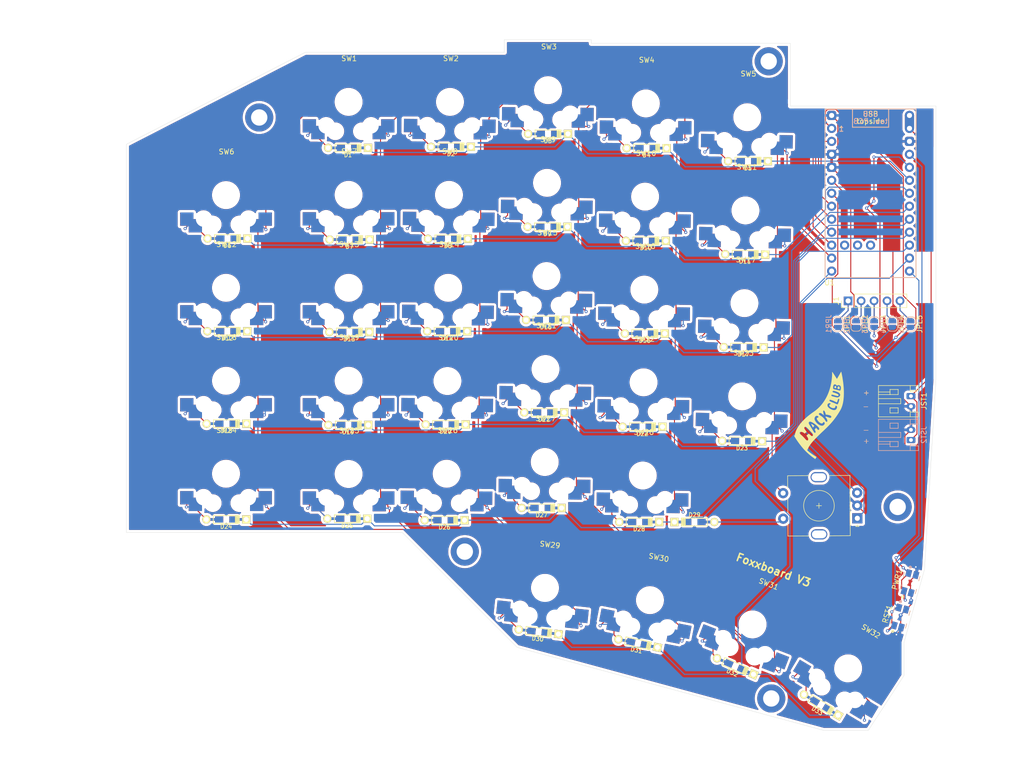
<source format=kicad_pcb>
(kicad_pcb (version 20240108) (generator "pcbnew") (generator_version "8.0")
  (layers (0 "F.Cu" signal) (31 "B.Cu" signal) (34 "B.Paste" user) (35 "F.Paste" user) (36 "B.SilkS" user "B.Silkscreen") (37 "F.SilkS" user "F.Silkscreen") (38 "B.Mask" user) (39 "F.Mask" user) (44 "Edge.Cuts" user))
  (net 0 "")
  (net 1 "Row 1")
  (net 2 "Net-(D1-A)")
  (net 3 "Net-(D2-A)")
  (net 4 "Net-(D3-A)")
  (net 5 "Net-(D4-A)")
  (net 6 "Net-(D5-A)")
  (net 7 "Row 2")
  (net 8 "Net-(D6-A)")
  (net 9 "Net-(D7-A)")
  (net 10 "Net-(D8-A)")
  (net 11 "Net-(D9-A)")
  (net 12 "Net-(D10-A)")
  (net 13 "Net-(D11-A)")
  (net 14 "Net-(D12-A)")
  (net 15 "Row 3")
  (net 16 "Net-(D13-A)")
  (net 17 "Net-(D14-A)")
  (net 18 "Net-(D15-A)")
  (net 19 "Net-(D16-A)")
  (net 20 "Net-(D17-A)")
  (net 21 "Row 4")
  (net 22 "Net-(D18-A)")
  (net 23 "Net-(D19-A)")
  (net 24 "Net-(D20-A)")
  (net 25 "Net-(D21-A)")
  (net 26 "Net-(D22-A)")
  (net 27 "Net-(D23-A)")
  (net 28 "Net-(D24-A)")
  (net 29 "Row 5")
  (net 30 "Net-(D25-A)")
  (net 31 "Net-(D26-A)")
  (net 32 "Net-(D27-A)")
  (net 33 "Net-(D28-A)")
  (net 34 "ENCSWB")
  (net 35 "Net-(D30-A)")
  (net 36 "Row 6")
  (net 37 "Net-(D31-A)")
  (net 38 "Net-(D32-A)")
  (net 39 "Net-(D33-A)")
  (net 40 "Net-(J1-Pin_1)")
  (net 41 "Net-(J1-Pin_4)")
  (net 42 "Net-(J1-Pin_2)")
  (net 43 "Net-(J1-Pin_5)")
  (net 44 "Net-(J1-Pin_3)")
  (net 45 "MOSI")
  (net 46 "SCK")
  (net 47 "+3.3V")
  (net 48 "GND")
  (net 49 "CS")
  (net 50 "+BATT")
  (net 51 "PWR")
  (net 52 "RST")
  (net 53 "Col 2")
  (net 54 "Col 3")
  (net 55 "Col 4")
  (net 56 "Col 5")
  (net 57 "Col 6")
  (net 58 "Col 1")
  (net 59 "ENC B")
  (net 60 "ENC A")
  (footprint "footprints:gateron-ks27-hotswap-reversible" (layer "F.Cu") (at 144 123.5)
    (property "Reference" "SW24")
    (property "Value" "SW_Push")
  )
  (footprint "footprints:Diode-dual" (layer "F.Cu") (at 206.65 93.4)
    (property "Reference" "D15")
    (property "Value" "D" (hide yes))
  )
  (footprint "footprints:gateron-ks27-hotswap-reversible" (layer "F.Cu") (at 168 50.7)
    (property "Reference" "SW1")
    (property "Value" "SW_Push")
  )
  (footprint "footprints:Diode-dual" (layer "F.Cu") (at 224.9 132.95)
    (property "Reference" "D28")
    (property "Value" "D" (hide yes))
  )
  (footprint "footprints:EVQ-P7C-Reversible" (layer "F.Cu") (at 275.970098 151.643357 75)
    (property "Reference" "RST1")
    (property "Value" "SW_Push_45deg")
  )
  (footprint "footprints:gateron-ks27-hotswap-reversible" (layer "F.Cu") (at 246.05 53.7 -0.9)
    (property "Reference" "SW5")
    (property "Value" "SW_Push")
  )
  (footprint "footprints:Diode-dual" (layer "F.Cu") (at 245.05 117.1 -0.6)
    (property "Reference" "D23")
    (property "Value" "D" (hide yes))
  )
  (footprint "footprints:EVQ-P7C-Reversible" (layer "F.Cu") (at 277.892022 144.892507 75)
    (property "Reference" "PWR1")
    (property "Value" "SW_Push_45deg")
  )
  (footprint "footprints:gateron-ks27-hotswap-reversible" (layer "F.Cu") (at 225.75 105.6 -0.6)
    (property "Reference" "SW22")
    (property "Value" "SW_Push")
  )
  (footprint "Jumper:SolderJumper-2_P1.3mm_Open_RoundedPad1.0x1.5mm" (layer "F.Cu") (at 270.9 94.200001 -90)
    (property "Reference" "JPL3")
    (property "Value" "SolderJumper_2_Open")
  )
  (footprint "footprints:gateron-ks27-hotswap-reversible" (layer "F.Cu") (at 168 68.9)
    (property "Reference" "SW7")
    (property "Value" "SW_Push")
  )
  (footprint "footprints:Diode-dual" (layer "F.Cu") (at 144.25 95.6)
    (property "Reference" "D12")
    (property "Value" "D" (hide yes))
  )
  (footprint "footprints:gateron-ks27-hotswap-reversible" (layer "F.Cu") (at 227 148.25 -11.1)
    (property "Reference" "SW30")
    (property "Value" "SW_Push")
  )
  (footprint "footprints:gateron-ks27-hotswap-reversible" (layer "F.Cu") (at 206.85 66.55 -0.6)
    (property "Reference" "SW9")
    (property "Value" "SW_Push")
  )
  (footprint "footprints:gateron-ks27-hotswap-reversible" (layer "F.Cu") (at 245.04843 108.35 -1.2)
    (property "Reference" "SW23")
    (property "Value" "SW_Push")
  )
  (footprint "footprints:gateron-ks27-hotswap-reversible" (layer "F.Cu") (at 144 68.95)
    (property "Reference" "SW6")
    (property "Value" "SW_Push")
  )
  (footprint "footprints:Diode-dual" (layer "F.Cu") (at 144.05 132.45)
    (property "Reference" "D24")
    (property "Value" "D" (hide yes))
  )
  (footprint "footprints:Diode-dual" (layer "F.Cu") (at 224.65 156.7 -11.7)
    (property "Reference" "D31")
    (property "Value" "D" (hide yes))
  )
  (footprint "footprints:gateron-ks27-hotswap-reversible" (layer "F.Cu") (at 187.5 87.1 -0.6)
    (property "Reference" "SW14")
    (property "Value" "SW_Push")
  )
  (footprint "Connector_PinHeader_2.54mm:PinHeader_1x05_P2.54mm_Vertical" (layer "F.Cu") (at 265.8 89.65 90)
    (property "Reference" "J1")
    (property "Value" "Conn_01x05_Pin")
  )
  (footprint "footprints:gateron-ks27-hotswap-reversible" (layer "F.Cu") (at 144 87.1)
    (property "Reference" "SW12")
    (property "Value" "SW_Push")
  )
  (footprint "footprints:gateron-ks27-hotswap-reversible" (layer "F.Cu") (at 265.8 161.6 -30.9)
    (property "Reference" "SW32")
    (property "Value" "SW_Push")
  )
  (footprint "footprints:Diode-dual" (layer "F.Cu") (at 205.2 154.45 -6.6)
    (property "Reference" "D30")
    (property "Value" "D" (hide yes))
  )
  (footprint "Jumper:SolderJumper-2_P1.3mm_Open_RoundedPad1.0x1.5mm" (layer "F.Cu") (at 267.35 94.200001 -90)
    (property "Reference" "JPL2")
    (property "Value" "SolderJumper_2_Open")
  )
  (footprint "Keebio-Parts.pretty-master:MountingHole_3.2mm_M3_ISO14580_Pad" (layer "F.Cu") (at 250.75 167.5)
    (property "Reference" "REF**")
    (property "Value" "MountingHole_3.2mm_M3_ISO14580_Pad" (hide yes))
  )
  (footprint "footprints:Diode-dual" (layer "F.Cu") (at 245.350077 98.73534 -0.6)
    (property "Reference" "D17")
    (property "Value" "D" (hide yes))
  )
  (footprint "footprints:gateron-ks27-hotswap-reversible" (layer "F.Cu") (at 226.2 51 -0.5)
    (property "Reference" "SW4")
    (property "Value" "SW_Push")
  )
  (footprint "footprints:Diode-dual" (layer "F.Cu") (at 243.7 161.2 -23.7)
    (property "Reference" "D32")
    (property "Value" "D" (hide yes))
  )
  (footprint "footprints:Diode-dual" (layer "F.Cu") (at 245.65 80.55 -0.6)
    (property "Reference" "D11")
    (property "Value" "D" (hide yes))
  )
  (footprint "PCM_marbastlib-xp-promicroish:nice_nano_AH_Reversible" (layer "F.Cu") (at 270.19 69.86)
    (property "Reference" "U1")
    (property "Value" "nice_nano_left")
  )
  (footprint "footprints:Diode-dual" (layer "F.Cu") (at 226 96.05)
    (property "Reference" "D16")
    (property "Value" "D" (hide yes))
  )
  (footprint "footprints:gateron-ks27-hotswap-reversible" (layer "F.Cu") (at 168 87.1)
    (property "Reference" "SW13")
    (property "Value" "SW_Push")
  )
  (footprint "footprints:gateron-ks27-hotswap-reversible" (layer "F.Cu") (at 187.65 68.9 -0.6)
    (property "Reference" "SW8")
    (property "Value" "SW_Push")
  )
  (footprint "footprints:Diode-dual" (layer "F.Cu") (at 207.05 56.95)
    (property "Reference" "D3")
    (property "Value" "D" (hide yes))
  )
  (footprint "footprints:Diode-dual" (layer "F.Cu") (at 144.3 77.45)
    (property "Reference" "D6")
    (property "Value" "D" (hide yes))
  )
  (footprint "footprints:gateron-ks27-hotswap-reversible" (layer "F.Cu") (at 225.6 123.85 -0.6)
    (property "Reference" "SW28")
    (property "Value" "SW_Push")
  )
  (footprint "Keebio-Parts.pretty-master:MountingHole_3.2mm_M3_ISO14580_Pad" (layer "F.Cu") (at 250.25 42.75)
    (property "Reference" "REF**")
    (property "Value" "MountingHole_3.2mm_M3_ISO14580_Pad" (hide yes))
  )
  (footprint "Keebio-Parts.pretty-master:RotaryEncoder_EC11" (layer "F.Cu") (at 260.086822 129.763397 -179.7)
    (property "Reference" "SW33")
    (property "Value" "RotaryEncoder_Switch")
  )
  (footprint "footprints:Diode-dual" (layer "F.Cu") (at 168.15 95.75)
    (property "Reference" "D13")
    (property "Value" "D" (hide yes))
  )
  (footprint "Jumper:SolderJumper-2_P1.3mm_Open_RoundedPad1.0x1.5mm" (layer "F.Cu") (at 278 94.200001 -90)
    (property "Reference" "JPL5")
    (property "Value" "SolderJumper_2_Open")
  )
  (footprint "footprints:Diode-dual" (layer "F.Cu") (at 188.05 59.5)
    (property "Reference" "D2")
    (property "Value" "D" (hide yes))
  )
  (footprint "footprints:Diode-dual" (layer "F.Cu") (at 167.9 59.7)
    (property "Reference" "D1")
    (property "Value" "D" (hide yes))
  )
  (footprint "footprints:Diode-dual" (layer "F.Cu") (at 235.7 132.95 180)
    (property "Reference" "D29")
    (property "Value" "D" (hide yes))
  )
  (footprint "footprints:Diode-dual" (layer "F.Cu") (at 206.95 75.15)
    (property "Reference" "D9")
    (property "Value" "D" (hide yes))
  )
  (footprint "footprints:gateron-ks27-hotswap-reversible" (layer "F.Cu") (at 206.45 145.85 -6)
    (property "Reference" "SW29")
    (property "Value" "SW_Push")
  )
  (footprint "footprints:Diode-dual" (layer "F.Cu") (at 186.8 132.6)
    (property "Reference" "D26")
    (property "Value" "D" (hide yes))
  )
  (footprint "footprints:Diode-dual" (layer "F.Cu") (at 187.45 77.5)
    (property "Reference" "D8")
    (property "Value" "D" (hide yes))
  )
  (footprint "footprints:Diode-dual" (layer "F.Cu") (at 167.95 113.95)
    (property "Reference" "D19")
    (property "Value" "D" (hide yes))
  )
  (footprint "Jumper:SolderJumper-2_P1.3mm_Open_RoundedPad1.0x1.5mm" (layer "F.Cu") (at 263.8 94.200001 -90)
    (property "Reference" "JPL1")
    (property "Value" "SolderJumper_2_Open")
  )
  (footprint "footprints:Diode-dual" (layer "F.Cu") (at 246.2 62.3)
    (property "Reference" "D5")
    (property "Value" "D" (hide yes))
  )
  (footprint "footprints:Diode-dual" (layer "F.Cu") (at 205.8 130.2)
    (property "Reference" "D27")
    (property "Value" "D" (hide yes))
  )
  (footprint "footprints:gateron-ks27-hotswap-reversible" (layer "F.Cu") (at 245.7 71.95 -1.2)
    (property "Reference" "SW11")
    (property "Value" "SW_Push")
  )
  (footprint "footprints:gateron-ks27-hotswap-reversible" (layer "F.Cu") (at 245.5 90.1 -1.2)
    (property "Reference" "SW17")
    (property "Value" "SW_Push")
  )
  (footprint "footprints:gateron-ks27-hotswap-reversible" (layer "F.Cu") (at 187.2 123.5 -0.6)
    (property "Reference" "SW26")
    (property "Value" "SW_Push")
  )
  (footprint "footprints:gateron-ks27-hotswap-reversible" (layer "F.Cu") (at 187.85 50.7 -0.5)
    (property "Reference" "SW2")
    (property "Value" "SW_Push")
  )
  (footprint "Keebio-Parts.pretty-master:MountingHole_3.2mm_M3_ISO14580_Pad" (layer "F.Cu") (at 275.5 130)
    (property "Reference" "REF**")
    (property "Value" "MountingHole_3.2mm_M3_ISO14580_Pad" (hide yes))
  )
  (footprint "footprints:Diode-dual" (layer "F.Cu") (at 144.1 113.7)
    (property "Reference" "D18")
    (property "Value" "D" (hide yes))
  )
  (footprint "footprints:Diode-dual" (layer "F.Cu") (at 226.35 59.75)
    (property "Reference" "D4")
    (property "Value" "D" (hide yes))
  )
  (footprint "Keebio-Parts.pretty-master:MountingHole_3.2mm_M3_ISO14580_Pad" (layer "F.Cu") (at 150.5 53.75)
    (property "Reference" "REF**")
    (property "Value" "MountingHole_3.2mm_M3_ISO14580_Pad" (hide yes))
  )
  (footprint "footprints:Diode-dual" (layer "F.Cu") (at 168.2 77.65)
    (property "Reference" "D7")
    (property "Value" "D" (hide yes))
  )
  (footprint "footprints:gateron-ks27-hotswap-reversible" (layer "F.Cu") (at 206.75 84.8 -0.6)
    (property "Reference" "SW15")
    (property "Value" "SW_Push")
  )
  (footprint "footprints:gateron-ks27-hotswap-reversible" (layer "F.Cu") (at 247.1 153 -21)
    (property "Reference" "SW31")
    (property "Value" "SW_Push")
  )
  (footprint "footprints:Diode-dual" (layer "F.Cu") (at 167.75 132.3)
    (property "Reference" "D25")
    (property "Value" "D" (hide yes))
  )
  (footprint "footprints:gateron-ks27-hotswap-reversible" (layer "F.Cu") (at 207.05 48.4 -0.5)
    (property "Reference" "SW3")
    (property "Value" "SW_Push")
  )
  (footprint "footprints:gateron-ks27-hotswap-reversible" (layer "F.Cu") (at 144 105.3)
    (property "Reference" "SW18")
    (property "Value" "SW_Push")
  )
  (footprint "Keebio-Parts.pretty-master:MountingHole_3.2mm_M3_ISO14580_Pad" (layer "F.Cu") (at 190.75 138.75)
    (property "Reference" "REF**")
    (property "Value" "MountingHole_3.2mm_M3_ISO14580_Pad" (hide yes))
  )
  (footprint "footprints:gateron-ks27-hotswap-reversible" (layer "F.Cu") (at 225.9 87.45 -0.6)
    (property "Reference" "SW16")
    (property "Value" "SW_Push")
  )
  (footprint "footprints:Diode-dual" (layer "F.Cu") (at 225.55 114.3)
    (property "Reference" "D22")
    (property "Value" "D" (hide yes))
  )
  (footprint "footprints:gateron-ks27-hotswap-reversible" (layer "F.Cu") (at 226.05 69.25 -0.6)
    (property "Reference" "SW10")
    (property "Value" "SW_Push")
  )
  (footprint "footprints:Diode-dual" (layer "F.Cu") (at 187.3 95.6)
    (property "Reference" "D14")
    (property "Value" "D" (hide yes))
  )
  (footprint "Jumper:SolderJumper-2_P1.3mm_Open_RoundedPad1.0x1.5mm" (layer "F.Cu") (at 274.45 94.200001 -90)
    (property "Reference" "JPL4")
    (property "Value" "SolderJumper_2_Open")
  )
  (footprint "footprints:gateron-ks27-hotswap-reversible" (layer "F.Cu") (at 206.4 121.2 -0.6)
    (property "Reference" "SW27")
    (property "Value" "SW_Push")
  )
  (footprint "footprints:gateron-ks27-hotswap-reversible" (layer "F.Cu") (at 168 105.3)
    (property "Reference" "SW19")
    (property "Value" "SW_Push")
  )
  (footprint "footprints:Diode-dual" (layer "F.Cu") (at 206.3 111.5)
    (property "Reference" "D21")
    (property "Value" "D" (hide yes))
  )
  (footprint "footprints:Diode-dual" (layer "F.Cu") (at 187 113.85)
    (property "Reference" "D20")
    (property "Value" "D" (hide yes))
  )
  (footprint "Connector_JST:JST_PH_S2B-PH-K_1x02_P2.00mm_Horizontal" (layer "F.Cu") (at 278.1 108.3 -90)
    (property "Reference" "JST1")
    (property "Value" "Conn_01x02_Pin")
  )
  (footprint "footprints:gateron-ks27-hotswap-reversible" (layer "F.Cu") (at 187.35 105.35 -0.6)
    (property "Reference" "SW20")
    (property "Value" "SW_Push")
  )
  (footprint "footprints:Diode-dual" (layer "F.Cu") (at 260.5 168.75 -31.2)
    (property "Reference" "D33")
    (property "Value" "D" (hide yes))
  )
  (footprint "footprints:gateron-ks27-hotswap-reversible" (layer "F.Cu") (at 168 123.55)
    (property "Reference" "SW25")
    (property "Value" "SW_Push")
  )
  (footprint "footprints:gateron-ks27-hotswap-reversible" (layer "F.Cu") (at 206.55 103 -0.6)
    (property "Reference" "SW21")
    (property "Value" "SW_Push")
  )
  (footprint "footprints:Diode-dual" (layer "F.Cu") (at 226.2 77.9)
    (property "Reference" "D10")
    (property "Value" "D" (hide yes))
  )
  (footprint "Jumper:SolderJumper-2_P1.3mm_Open_RoundedPad1.0x1.5mm" (layer "B.Cu") (at 278 94.2 -90)
    (property "Reference" "JPR5")
    (property "Value" "SolderJumper_2_Open")
  )
  (footprint "Jumper:SolderJumper-2_P1.3mm_Open_RoundedPad1.0x1.5mm" (layer "B.Cu") (at 267.35 94.2 -90)
    (property "Reference" "JPR2")
    (property "Value" "SolderJumper_2_Open")
  )
  (footprint "Jumper:SolderJumper-2_P1.3mm_Open_RoundedPad1.0x1.5mm" (layer "B.Cu") (at 263.8 94.2 -90)
    (property "Reference" "JPR1")
    (property "Value" "SolderJumper_2_Open")
  )
  (footprint "Jumper:SolderJumper-2_P1.3mm_Open_RoundedPad1.0x1.5mm" (layer "B.Cu") (at 274.45 94.2 -90)
    (property "Reference" "JPR4")
    (property "Value" "SolderJumper_2_Open")
  )
  (footprint "Jumper:SolderJumper-2_P1.3mm_Open_RoundedPad1.0x1.5mm" (layer "B.Cu") (at 270.9 94.2 -90)
    (property "Reference" "JPR3")
    (property "Value" "SolderJumper_2_Open")
  )
  (footprint "Connector_JST:JST_PH_S2B-PH-K_1x02_P2.00mm_Horizontal" (layer "B.Cu") (at 278.1 116.9 90)
    (property "Reference" "JST2")
    (property "Value" "Conn_01x02_Pin")
  )
  (gr_poly (pts (xy 255.25 116) (xy 255.253224 115.995155) (xy 255.256765 115.990292) (xy 255.26052 115.985714) (xy 255.264366 115.981722) (xy 255.268299 115.978295) (xy 255.272305 115.975415) (xy 255.276382 115.973059) (xy 255.280521 115.971208) (xy 255.284712 115.969841) (xy 255.288947 115.968941) (xy 255.293217 115.968484) (xy 255.297518 115.968455) (xy 255.301837 115.96883) (xy 255.306171 115.969589) (xy 255.31051 115.970714) (xy 255.314841 115.972187) (xy 255.319165 115.973983) (xy 255.323466 115.976086) (xy 255.32774 115.978473) (xy 255.331977 115.981128) (xy 255.336171 115.984028) (xy 255.340313 115.987153) (xy 255.344394 115.990484) (xy 255.348409 115.994001) (xy 255.356198 116.001511) (xy 255.363619 116.009526) (xy 255.370604 116.017887) (xy 255.377093 116.026433) (xy 255.383017 116.035002) (xy 255.538651 116.260084) (xy 255.707014 116.495043) (xy 255.927468 116.793123) (xy 256.193804 117.140451) (xy 256.342239 117.328249) (xy 256.499818 117.523161) (xy 256.665765 117.723449) (xy 256.839302 117.927382) (xy 257.019657 118.133223) (xy 257.206051 118.339241) (xy 257.398616 118.540405) (xy 257.596448 118.732515) (xy 257.797229 118.915101) (xy 257.998634 119.087691) (xy 258.198343 119.249811) (xy 258.394033 119.400988) (xy 258.764073 119.668623) (xy 259.090179 119.886811) (xy 259.35378 120.051775) (xy 259.619171 120.206887) (xy 259.374459 120.63074) (xy 259.277614 120.571662) (xy 259.095989 120.448852) (xy 258.844189 120.266708) (xy 258.53682 120.02964) (xy 258.366865 119.891884) (xy 258.188494 119.742051) (xy 258.003537 119.580688) (xy 257.813816 119.408346) (xy 257.621159 119.225576) (xy 257.427391 119.032933) (xy 257.234339 118.830961) (xy 257.043833 118.620215) (xy 256.677686 118.185758) (xy 256.338216 117.752928) (xy 256.032074 117.337826) (xy 255.765918 116.956549) (xy 255.546404 116.625198) (xy 255.380186 116.359876) (xy 255.273924 116.176678) (xy 255.234268 116.091706) (xy 255.233613 116.089479) (xy 255.232958 116.086802) (xy 255.232226 116.083173) (xy 255.231527 116.078657) (xy 255.230969 116.073327) (xy 255.230773 116.07038) (xy 255.230655 116.067253) (xy 255.230624 116.063957) (xy 255.230699 116.060499) (xy 255.230887 116.056888) (xy 255.231206 116.053135) (xy 255.231665 116.049246) (xy 255.232282 116.045231) (xy 255.233069 116.041097) (xy 255.234039 116.036854) (xy 255.235204 116.03251) (xy 255.236579 116.028075) (xy 255.23818 116.023554) (xy 255.240017 116.018961) (xy 255.242103 116.014297) (xy 255.244456 116.009578) (xy 255.247081 116.00481)) (stroke (width -0.000001)) (fill solid) (layer "F.SilkS"))
  (gr_poly (pts (xy 258.580973 113.761837) (xy 258.581716 113.760789) (xy 258.582507 113.759793) (xy 258.589976 113.75399) (xy 258.60002 113.75101) (xy 258.612453 113.750678) (xy 258.627092 113.75282) (xy 258.64375 113.757265) (xy 258.662248 113.763842) (xy 258.70401 113.782687) (xy 258.750909 113.807976) (xy 258.801468 113.838327) (xy 258.85421 113.87235) (xy 258.90766 113.908667) (xy 259.010795 113.982643) (xy 259.099069 114.049186) (xy 259.183846 114.115702) (xy 258.898774 114.459213) (xy 258.576029 113.78238) (xy 258.576032 113.780538) (xy 258.57609 113.778753) (xy 258.576205 113.777029) (xy 258.576375 113.775364) (xy 258.576598 113.773755) (xy 258.576874 113.772206) (xy 258.577203 113.770713) (xy 258.577587 113.769278) (xy 258.578022 113.767898) (xy 258.578509 113.766577) (xy 258.57905 113.765311) (xy 258.57964 113.764097) (xy 258.580281 113.76294)) (stroke (width -0.000001)) (fill solid) (layer "F.SilkS"))
  (gr_poly (pts (xy 255.975874 114.352504) (xy 256.185265 114.037506) (xy 256.436922 113.703514) (xy 256.579806 113.529818) (xy 256.734699 113.351886) (xy 256.902084 113.169882) (xy 257.082448 112.983981) (xy 257.276269 112.79435) (xy 257.484026 112.601162) (xy 257.706206 112.404585) (xy 257.943288 112.204789) (xy 258.195754 112.001943) (xy 258.464085 111.796221) (xy 258.748766 111.58779) (xy 259.050275 111.376819) (xy 259.374872 111.141912) (xy 259.679589 110.895993) (xy 259.965045 110.640115) (xy 260.231865 110.375321) (xy 260.480673 110.102668) (xy 260.71209 109.823196) (xy 260.926745 109.53796) (xy 261.125253 109.248006) (xy 261.308244 108.954386) (xy 261.476335 108.658147) (xy 261.630153 108.360335) (xy 261.770319 108.062005) (xy 261.897458 107.764202) (xy 262.012191 107.467976) (xy 262.115144 107.174374) (xy 262.206935 106.884447) (xy 262.359538 106.319813) (xy 262.474982 105.782463) (xy 262.558251 105.280789) (xy 262.614329 104.823182) (xy 262.648206 104.418034) (xy 262.664859 104.073736) (xy 262.666443 103.601254) (xy 262.666515 103.598708) (xy 262.666883 103.596236) (xy 262.667524 103.593848) (xy 262.668425 103.591544) (xy 262.669572 103.589332) (xy 262.670944 103.587214) (xy 262.672527 103.585198) (xy 262.674305 103.583287) (xy 262.676259 103.581486) (xy 262.678375 103.579798) (xy 262.680635 103.578232) (xy 262.683022 103.576789) (xy 262.685524 103.575478) (xy 262.688121 103.574297) (xy 262.690795 103.573257) (xy 262.693533 103.572362) (xy 262.696317 103.571612) (xy 262.699131 103.571016) (xy 262.701959 103.570583) (xy 262.704783 103.570307) (xy 262.707588 103.570202) (xy 262.710356 103.570269) (xy 262.713073 103.570513) (xy 262.71572 103.570941) (xy 262.718281 103.571553) (xy 262.720744 103.572359) (xy 262.723086 103.57336) (xy 262.725295 103.574564) (xy 262.727352 103.575973) (xy 262.729243 103.577592) (xy 262.730948 103.579429) (xy 262.732453 103.581486) (xy 263.574915 104.88828) (xy 263.576209 104.89015) (xy 263.577593 104.891898) (xy 263.579062 104.893524) (xy 263.580614 104.895027) (xy 263.582238 104.896407) (xy 263.58393 104.897663) (xy 263.585681 104.8988) (xy 263.58749 104.899813) (xy 263.589345 104.900702) (xy 263.591242 104.901473) (xy 263.593175 104.902118) (xy 263.595139 104.90264) (xy 263.597124 104.903043) (xy 263.599127 104.903324) (xy 263.601141 104.90348) (xy 263.603158 104.903517) (xy 263.60517 104.90343) (xy 263.607178 104.903221) (xy 263.609169 104.902891) (xy 263.61114 104.902439) (xy 263.613083 104.901866) (xy 263.614993 104.901169) (xy 263.616863 104.900353) (xy 263.618685 104.899415) (xy 263.620456 104.898354) (xy 263.622167 104.897172) (xy 263.623813 104.895868) (xy 263.625388 104.894443) (xy 263.626884 104.892897) (xy 263.628296 104.891229) (xy 263.629619 104.889439) (xy 263.630844 104.887528) (xy 263.921962 104.392795) (xy 264.149882 103.997987) (xy 264.406455 103.544905) (xy 264.407895 103.542541) (xy 264.409458 103.540342) (xy 264.411139 103.538307) (xy 264.412929 103.536439) (xy 264.414813 103.534735) (xy 264.416787 103.533197) (xy 264.418835 103.531826) (xy 264.420953 103.530616) (xy 264.423128 103.529572) (xy 264.425351 103.528692) (xy 264.42761 103.527974) (xy 264.429896 103.527421) (xy 264.432199 103.52703) (xy 264.43451 103.526801) (xy 264.436816 103.526736) (xy 264.439113 103.526831) (xy 264.441386 103.527091) (xy 264.443627 103.52751) (xy 264.445826 103.528091) (xy 264.447969 103.528832) (xy 264.450053 103.529736) (xy 264.452063 103.530799) (xy 264.453991 103.532021) (xy 264.455826 103.533404) (xy 264.457559 103.534946) (xy 264.45918 103.536648) (xy 264.460679 103.53851) (xy 264.462044 103.540527) (xy 264.463269 103.542706) (xy 264.46434 103.54504) (xy 264.465249 103.547535) (xy 264.465986 103.550187) (xy 264.557257 103.963326) (xy 264.690821 104.668978) (xy 264.829203 105.595839) (xy 264.888489 106.11994) (xy 264.934925 106.672609) (xy 264.963827 107.244929) (xy 264.97051 107.827989) (xy 264.950292 108.412875) (xy 264.898488 108.990678) (xy 264.810411 109.552483) (xy 264.751306 109.824601) (xy 264.681378 110.089377) (xy 264.600037 110.345697) (xy 264.506701 110.592449) (xy 264.400786 110.828517) (xy 264.281703 111.052787) (xy 264.011068 111.506096) (xy 263.742151 111.927185) (xy 263.474833 112.318717) (xy 263.209009 112.683353) (xy 262.944563 113.02375) (xy 262.681379 113.34257) (xy 262.41935 113.642473) (xy 262.158359 113.926123) (xy 261.898294 114.196175) (xy 261.639042 114.455295) (xy 261.122533 114.951368) (xy 260.607922 115.435626) (xy 260.09431 115.929353) (xy 259.906489 116.116523) (xy 261.522803 113.316985) (xy 261.540899 113.325584) (xy 261.558857 113.331668) (xy 261.576552 113.335252) (xy 261.593857 113.336354) (xy 261.610648 113.334992) (xy 261.626802 113.331181) (xy 261.642192 113.324939) (xy 261.656694 113.316283) (xy 261.670184 113.30523) (xy 261.682536 113.291797) (xy 261.693622 113.276002) (xy 261.703323 113.257859) (xy 261.711511 113.237386) (xy 261.71806 113.214602) (xy 261.722848 113.189524) (xy 261.725745 113.162166) (xy 261.726632 113.132548) (xy 261.725381 113.100686) (xy 261.721867 113.066597) (xy 261.715967 113.030298) (xy 261.707555 112.991804) (xy 261.696504 112.951134) (xy 261.682694 112.908306) (xy 261.665994 112.863335) (xy 261.646283 112.81624) (xy 261.623436 112.767036) (xy 261.61101 112.742269) (xy 261.595624 112.715737) (xy 261.577796 112.687903) (xy 261.558051 112.659231) (xy 261.5369 112.630184) (xy 261.514867 112.601229) (xy 261.470228 112.545444) (xy 261.428282 112.495594) (xy 261.393182 112.455389) (xy 261.36012 112.418769) (xy 261.418572 112.284841) (xy 261.719762 112.381276) (xy 261.973602 112.467465) (xy 262.090562 112.510034) (xy 262.187256 112.548434) (xy 262.207736 112.555629) (xy 262.228668 112.560695) (xy 262.249906 112.563711) (xy 262.271297 112.564757) (xy 262.292701 112.563915) (xy 262.31396 112.561261) (xy 262.334933 112.556873) (xy 262.35547 112.550836) (xy 262.375419 112.543226) (xy 262.394634 112.534122) (xy 262.412971 112.523605) (xy 262.430275 112.511752) (xy 262.4464 112.498644) (xy 262.461199 112.484362) (xy 262.474522 112.468981) (xy 262.486223 112.452585) (xy 262.496149 112.435252) (xy 262.504157 112.41706) (xy 262.510095 112.398087) (xy 262.513819 112.378417) (xy 262.515174 112.358126) (xy 262.514017 112.337295) (xy 262.510199 112.316004) (xy 262.503568 112.294328) (xy 262.493982 112.272352) (xy 262.481287 112.250153) (xy 262.465337 112.227809) (xy 262.445982 112.205403) (xy 262.423076 112.183009) (xy 262.396469 112.160712) (xy 262.366014 112.138587) (xy 262.331562 112.116716) (xy 262.275244 112.092674) (xy 262.212567 112.069346) (xy 262.143464 112.046807) (xy 262.067863 112.025125) (xy 261.985696 112.004375) (xy 261.896895 111.984625) (xy 261.80139 111.965944) (xy 261.699109 111.948408) (xy 261.671187 111.943611) (xy 262.329248 110.803813) (xy 262.398136 110.842692) (xy 262.451025 110.870092) (xy 262.503212 110.895439) (xy 262.554663 110.918725) (xy 262.605348 110.939948) (xy 262.655233 110.959098) (xy 262.704291 110.976169) (xy 262.752483 110.991156) (xy 262.799781 111.00405) (xy 262.846153 111.014847) (xy 262.891565 111.023538) (xy 262.935985 111.030117) (xy 262.979384 111.034579) (xy 263.021726 111.036919) (xy 263.062982 111.037125) (xy 263.103118 111.035195) (xy 263.142101 111.03112) (xy 263.179902 111.024896) (xy 263.216489 111.016513) (xy 263.251825 111.005967) (xy 263.285884 110.993249) (xy 263.31863 110.978356) (xy 263.350033 110.961281) (xy 263.380058 110.942013) (xy 263.408678 110.92055) (xy 263.435857 110.896885) (xy 263.461563 110.871008) (xy 263.485764 110.842917) (xy 263.508432 110.812601) (xy 263.529529 110.780058) (xy 263.549028 110.745279) (xy 263.566891 110.708256) (xy 263.583091 110.668985) (xy 263.597002 110.629632) (xy 263.608119 110.592337) (xy 263.616593 110.557057) (xy 263.622572 110.523738) (xy 263.626203 110.492341) (xy 263.627635 110.462815) (xy 263.627016 110.435111) (xy 263.624495 110.409186) (xy 263.620222 110.384988) (xy 263.61434 110.362475) (xy 263.606999 110.341596) (xy 263.59835 110.322307) (xy 263.58854 110.304559) (xy 263.577713 110.288303) (xy 263.566025 110.273497) (xy 263.553618 110.260088) (xy 263.540642 110.248035) (xy 263.527245 110.237288) (xy 263.513574 110.227797) (xy 263.499782 110.219518) (xy 263.486012 110.212406) (xy 263.472415 110.20641) (xy 263.459138 110.201484) (xy 263.446329 110.197581) (xy 263.434137 110.194654) (xy 263.422709 110.192657) (xy 263.412197 110.191542) (xy 263.402742 110.191261) (xy 263.394501 110.191768) (xy 263.387613 110.193015) (xy 263.382236 110.194956) (xy 263.378509 110.197544) (xy 263.373801 110.201804) (xy 263.368809 110.205564) (xy 263.35808 110.213018) (xy 263.352394 110.217433) (xy 263.346532 110.222786) (xy 263.340522 110.229435) (xy 263.334387 110.237739) (xy 263.328155 110.24806) (xy 263.321854 110.260754) (xy 263.315513 110.276185) (xy 263.309154 110.294709) (xy 263.302805 110.316686) (xy 263.296495 110.342475) (xy 263.290251 110.372436) (xy 263.284098 110.40693) (xy 263.280724 110.425034) (xy 263.276702 110.442456) (xy 263.272025 110.459196) (xy 263.266678 110.475254) (xy 263.260653 110.490628) (xy 263.253942 110.505316) (xy 263.246531 110.519318) (xy 263.238411 110.532634) (xy 263.229574 110.545261) (xy 263.220007 110.5572) (xy 263.209699 110.568448) (xy 263.198644 110.579005) (xy 263.186826 110.588872) (xy 263.174238 110.598045) (xy 263.160871 110.606523) (xy 263.146712 110.614305) (xy 263.131752 110.621395) (xy 263.11598 110.627783) (xy 263.099386 110.633476) (xy 263.081961 110.638467) (xy 263.063692 110.64276) (xy 263.044573 110.646351) (xy 263.024589 110.64924) (xy 263.003732 110.651426) (xy 262.981988 110.652909) (xy 262.959354 110.653685) (xy 262.911362 110.653118) (xy 262.859672 110.649717) (xy 262.804197 110.643475) (xy 262.76399 110.636566) (xy 262.721052 110.626867) (xy 262.67593 110.61445) (xy 262.629177 110.599379) (xy 262.58134 110.581728) (xy 262.532967 110.561559) (xy 262.484608 110.538944) (xy 262.436811 110.513952) (xy 262.390128 110.486649) (xy 262.345102 110.457106) (xy 262.302284 110.425389) (xy 262.262226 110.391567) (xy 262.225474 110.355707) (xy 262.192578 110.317881) (xy 262.177746 110.298249) (xy 262.164083 110.278153) (xy 262.15166 110.257599) (xy 262.140544 110.236594) (xy 262.13758 110.230352) (xy 262.134831 110.224251) (xy 262.132288 110.218291) (xy 262.129944 110.21247) (xy 262.127789 110.206786) (xy 262.125817 110.201241) (xy 262.122387 110.190558) (xy 262.119589 110.18041) (xy 262.117359 110.170789) (xy 262.115636 110.161688) (xy 262.114353 110.153097) (xy 262.113447 110.145007) (xy 262.112854 110.137409) (xy 262.112511 110.130295) (xy 262.112351 110.123659) (xy 262.112292 110.101689) (xy 262.112324 110.092622) (xy 262.112845 110.083841) (xy 262.113825 110.075341) (xy 262.115239 110.067124) (xy 262.117055 110.059188) (xy 262.119246 110.05153) (xy 262.121785 110.044153) (xy 262.124641 110.037053) (xy 262.127786 110.03023) (xy 262.131193 110.023682) (xy 262.134831 110.017412) (xy 262.138673 110.011414) (xy 262.142691 110.00569) (xy 262.146856 110.000237) (xy 262.151138 109.995057) (xy 262.15551 109.990147) (xy 262.159945 109.985505) (xy 262.164411 109.981134) (xy 262.173329 109.973187) (xy 262.182035 109.966304) (xy 262.190302 109.960475) (xy 262.197901 109.955693) (xy 262.204606 109.95195) (xy 262.210185 109.949239) (xy 262.214413 109.947549) (xy 262.238064 109.936399) (xy 262.259407 109.925185) (xy 262.278507 109.913928) (xy 262.29543 109.902656) (xy 262.310242 109.891395) (xy 262.323011 109.88017) (xy 262.333797 109.869004) (xy 262.342669 109.857924) (xy 262.349691 109.846958) (xy 262.354933 109.836127) (xy 262.358454 109.825458) (xy 262.360327 109.814978) (xy 262.36061 109.804713) (xy 262.359374 109.794683) (xy 262.356681 109.784918) (xy 262.352601 109.775444) (xy 262.347196 109.766283) (xy 262.340532 109.757464) (xy 262.332675 109.74901) (xy 262.323692 109.740946) (xy 262.31365 109.733299) (xy 262.302608 109.726095) (xy 262.290637 109.719359) (xy 262.277802 109.713114) (xy 262.264168 109.707386) (xy 262.249798 109.702204) (xy 262.234765 109.697591) (xy 262.219126 109.693571) (xy 262.202953 109.690169) (xy 262.186306 109.687416) (xy 262.169256 109.68533) (xy 262.151865 109.683942) (xy 262.12223 109.687255) (xy 262.093609 109.691615) (xy 262.069441 109.696352) (xy 262.283201 109.326111) (xy 262.325103 109.348794) (xy 262.370784 109.371755) (xy 262.471731 109.41835) (xy 262.582545 109.465575) (xy 262.699726 109.513109) (xy 262.939189 109.607814) (xy 263.054474 109.654344) (xy 263.16213 109.699899) (xy 263.45788 109.831302) (xy 263.510567 109.854009) (xy 263.561788 109.875046) (xy 263.61506 109.895613) (xy 263.673902 109.916903) (xy 263.689729 109.91967) (xy 263.705789 109.917178) (xy 263.722029 109.909758) (xy 263.738405 109.897744) (xy 263.754865 109.881475) (xy 263.771362 109.86128) (xy 263.787851 109.837497) (xy 263.804282 109.810457) (xy 263.836771 109.747955) (xy 263.868451 109.676447) (xy 263.898933 109.598612) (xy 263.927834 109.517122) (xy 263.979346 109.353892) (xy 264.019907 109.208162) (xy 264.046436 109.101344) (xy 264.05585 109.054844) (xy 264.056212 109.049465) (xy 264.057325 109.042602) (xy 264.060876 109.024872) (xy 264.062846 109.014225) (xy 264.064633 109.002538) (xy 264.066005 108.989922) (xy 264.066728 108.976484) (xy 264.066569 108.962339) (xy 264.066084 108.955037) (xy 264.065292 108.947597) (xy 264.064161 108.940037) (xy 264.062664 108.932366) (xy 264.060772 108.924605) (xy 264.058454 108.916761) (xy 264.055682 108.908852) (xy 264.052424 108.900889) (xy 264.048657 108.892887) (xy 264.044346 108.884861) (xy 264.039462 108.876824) (xy 264.033979 108.86879) (xy 264.027867 108.86077) (xy 264.021096 108.852782) (xy 264.01436 108.844918) (xy 264.007257 108.838391) (xy 263.999823 108.83315) (xy 263.992087 108.829148) (xy 263.984088 108.826334) (xy 263.97586 108.824656) (xy 263.967431 108.824066) (xy 263.958839 108.824514) (xy 263.950118 108.825949) (xy 263.941299 108.828321) (xy 263.932419 108.831583) (xy 263.923509 108.835682) (xy 263.914605 108.840567) (xy 263.905738 108.846191) (xy 263.888257 108.859451) (xy 263.871335 108.875063) (xy 263.85524 108.892628) (xy 263.840245 108.911744) (xy 263.826621 108.932012) (xy 263.814633 108.953035) (xy 263.804554 108.974408) (xy 263.796655 108.995736) (xy 263.791201 109.016616) (xy 263.778636 109.069227) (xy 263.758554 109.139921) (xy 263.732545 109.221178) (xy 263.71781 109.263417) (xy 263.702189 109.305475) (xy 263.685878 109.346414) (xy 263.669075 109.385291) (xy 263.651977 109.421168) (xy 263.634783 109.453104) (xy 263.617692 109.48016) (xy 263.609248 109.491565) (xy 263.600904 109.501394) (xy 263.592683 109.509534) (xy 263.58461 109.515867) (xy 263.576714 109.520274) (xy 263.569015 109.522638) (xy 263.548196 109.520962) (xy 263.516798 109.511374) (xy 263.475863 109.494842) (xy 263.426438 109.472335) (xy 263.16469 109.342) (xy 263.009999 109.266235) (xy 262.850567 109.193758) (xy 262.771682 109.161178) (xy 262.694743 109.132336) (xy 262.620791 109.108197) (xy 262.550873 109.089735) (xy 262.5285 109.081435) (xy 262.506834 109.073777) (xy 262.485867 109.066748) (xy 262.465591 109.060336) (xy 262.445999 109.054523) (xy 262.427087 109.049302) (xy 262.408844 109.044655) (xy 262.391264 109.04057) (xy 262.374343 109.037035) (xy 262.358067 109.034036) (xy 262.342436 109.031559) (xy 262.327438 109.029592) (xy 262.313068 109.028121) (xy 262.299321 109.027133) (xy 262.286185 109.026617) (xy 262.273655 109.026555) (xy 262.261726 109.026937) (xy 262.250389 109.027749) (xy 262.239636 109.028978) (xy 262.22946 109.030613) (xy 262.219856 109.032636) (xy 262.210816 109.035036) (xy 262.202332 109.037801) (xy 262.194398 109.04092) (xy 262.187005 109.044373) (xy 262.180148 109.04815) (xy 262.173818 109.05224) (xy 262.16801 109.056627) (xy 262.162715 109.061299) (xy 262.157927 109.066242) (xy 262.153637 109.071444) (xy 262.149841 109.07689) (xy 262.149842 109.07689) (xy 262.146124 109.083344) (xy 262.143021 109.090076) (xy 262.140517 109.097067) (xy 262.138608 109.104297) (xy 262.137279 109.111748) (xy 262.136522 109.119401) (xy 262.136325 109.127238) (xy 262.136677 109.135235) (xy 262.137572 109.143379) (xy 262.138993 109.151645) (xy 262.143385 109.168477) (xy 262.14977 109.185576) (xy 262.158066 109.20279) (xy 262.168186 109.219961) (xy 262.180051 109.23694) (xy 262.193577 109.25357) (xy 262.208679 109.269698) (xy 262.225276 109.285169) (xy 262.243283 109.299832) (xy 262.262621 109.313529) (xy 262.283201 109.326111) (xy 262.069441 109.696352) (xy 262.066016 109.697024) (xy 262.039473 109.703486) (xy 262.013997 109.711009) (xy 261.989605 109.719595) (xy 261.966319 109.729249) (xy 261.94415 109.739977) (xy 261.923121 109.751783) (xy 261.903249 109.764672) (xy 261.884551 109.778649) (xy 261.867048 109.793717) (xy 261.850754 109.809883) (xy 261.835688 109.827149) (xy 261.821869 109.845521) (xy 261.809316 109.865006) (xy 261.800438 109.880932) (xy 261.792345 109.897533) (xy 261.785046 109.914814) (xy 261.778548 109.932779) (xy 261.772861 109.951424) (xy 261.767992 109.970758) (xy 261.763951 109.990777) (xy 261.760743 110.01149) (xy 261.758379 110.032891) (xy 261.756867 110.054992) (xy 261.756216 110.077786) (xy 261.756432 110.101279) (xy 261.757526 110.125473) (xy 261.759505 110.150371) (xy 261.762376 110.175975) (xy 261.766153 110.202286) (xy 261.778132 110.241561) (xy 261.793532 110.281187) (xy 261.812406 110.321113) (xy 261.834805 110.361284) (xy 261.860787 110.401645) (xy 261.890401 110.442144) (xy 261.923701 110.482723) (xy 261.960742 110.523332) (xy 262.001578 110.563912) (xy 262.04626 110.604413) (xy 262.094842 110.644779) (xy 262.14738 110.684956) (xy 262.203924 110.724892) (xy 262.264528 110.764529) (xy 262.329248 110.803813) (xy 261.671187 111.943611) (xy 261.66664 111.942829) (xy 261.632215 111.938016) (xy 261.591144 111.93378) (xy 261.5694 111.932325) (xy 261.547536 111.931558) (xy 261.526064 111.931652) (xy 261.505498 111.932796) (xy 261.486353 111.935162) (xy 261.477475 111.936863) (xy 261.469143 111.938936) (xy 261.461423 111.941404) (xy 261.454381 111.944293) (xy 261.448077 111.947623) (xy 261.442579 111.951418) (xy 261.41479 111.852277) (xy 261.383549 111.748006) (xy 261.343848 111.624739) (xy 261.298021 111.49558) (xy 261.273538 111.432887) (xy 261.248395 111.373631) (xy 261.222884 111.319457) (xy 261.197298 111.271999) (xy 261.171927 111.232895) (xy 261.159412 111.216987) (xy 261.147061 111.203784) (xy 261.121263 111.18081) (xy 261.095465 111.161566) (xy 261.070031 111.146501) (xy 261.057568 111.140682) (xy 261.045332 111.13608) (xy 261.033372 111.132751) (xy 261.021733 111.130756) (xy 261.010461 111.130147) (xy 260.999603 111.130987) (xy 260.989202 111.133327) (xy 260.979305 111.137229) (xy 260.969958 111.142747) (xy 260.96121 111.14994) (xy 260.953102 111.158865) (xy 260.945683 111.169577) (xy 260.938997 111.182137) (xy 260.93309 111.1966) (xy 260.928009 111.213021) (xy 260.923801 111.23146) (xy 260.920509 111.251975) (xy 260.918181 111.274619) (xy 260.916862 111.299454) (xy 260.916596 111.326533) (xy 260.917433 111.355916) (xy 260.919417 111.387658) (xy 260.922593 111.421816) (xy 260.927009 111.458452) (xy 260.932705 111.497618) (xy 260.939735 111.539373) (xy 260.947391 111.581347) (xy 260.954923 111.621177) (xy 260.962327 111.658914) (xy 260.969593 111.694614) (xy 260.97671 111.728326) (xy 260.983675 111.760106) (xy 260.990478 111.790007) (xy 260.997112 111.818082) (xy 261.003567 111.844384) (xy 261.009836 111.868966) (xy 261.015912 111.891884) (xy 261.021787 111.913192) (xy 261.027454 111.932936) (xy 261.0329 111.951176) (xy 261.038123 111.967964) (xy 261.043113 111.983352) (xy 261.052362 112.010146) (xy 261.060582 112.031982) (xy 261.067712 112.049286) (xy 261.073686 112.062491) (xy 261.078445 112.072016) (xy 261.081921 112.078293) (xy 261.08478 112.082801) (xy 261.036113 112.039554) (xy 260.980893 111.992348) (xy 260.910067 111.934184) (xy 260.827379 111.869626) (xy 260.736564 111.803248) (xy 260.68928 111.770802) (xy 260.641368 111.739617) (xy 260.610932 111.72103) (xy 262.595242 108.284104) (xy 262.609062 108.291961) (xy 262.623828 108.299073) (xy 262.685491 108.324475) (xy 262.751695 108.348005) (xy 262.827054 108.371254) (xy 262.916171 108.39582) (xy 263.154113 108.455278) (xy 263.50239 108.539137) (xy 263.551543 108.54835) (xy 263.598644 108.554442) (xy 263.643725 108.557587) (xy 263.686827 108.557961) (xy 263.727981 108.555736) (xy 263.767226 108.551088) (xy 263.804597 108.54419) (xy 263.840129 108.53522) (xy 263.873859 108.524348) (xy 263.905821 108.511755) (xy 263.936053 108.49761) (xy 263.964588 108.48209) (xy 263.991464 108.46537) (xy 264.016717 108.447625) (xy 264.040379 108.429026) (xy 264.062491 108.409752) (xy 264.083087 108.389974) (xy 264.1022 108.36987) (xy 264.136127 108.329378) (xy 264.16456 108.289672) (xy 264.187785 108.252149) (xy 264.206086 108.218207) (xy 264.219753 108.189243) (xy 264.234321 108.151835) (xy 264.239723 108.131699) (xy 264.243836 108.111969) (xy 264.246707 108.092643) (xy 264.248388 108.073709) (xy 264.248926 108.055156) (xy 264.248369 108.036977) (xy 264.246764 108.019164) (xy 264.244165 108.001708) (xy 264.240615 107.984604) (xy 264.236167 107.967837) (xy 264.230868 107.951403) (xy 264.224765 107.93529) (xy 264.21035 107.903999) (xy 264.193309 107.873895) (xy 264.174033 107.844909) (xy 264.152912 107.816974) (xy 264.130337 107.790017) (xy 264.106697 107.763974) (xy 264.057774 107.714341) (xy 264.009267 107.66753) (xy 263.980511 107.643083) (xy 263.944388 107.617745) (xy 263.901646 107.591718) (xy 263.853043 107.56521) (xy 263.799331 107.538422) (xy 263.741259 107.511556) (xy 263.615053 107.458418) (xy 263.480454 107.407425) (xy 263.34348 107.360209) (xy 263.210152 107.318405) (xy 263.086493 107.283644) (xy 263.056138 107.279003) (xy 263.026795 107.275853) (xy 262.99853 107.274139) (xy 262.971412 107.273811) (xy 262.945507 107.274815) (xy 262.933029 107.275801) (xy 262.920882 107.2771) (xy 262.90907 107.278705) (xy 262.897603 107.28061) (xy 262.88649 107.282811) (xy 262.875742 107.285298) (xy 262.86536 107.288065) (xy 262.855358 107.291106) (xy 262.845746 107.294414) (xy 262.836526 107.297984) (xy 262.827713 107.301808) (xy 262.819311 107.305882) (xy 262.81133 107.310194) (xy 262.803778 107.314742) (xy 262.796663 107.319517) (xy 262.789996 107.324515) (xy 262.783782 107.329728) (xy 262.778032 107.335148) (xy 262.772752 107.340771) (xy 262.767952 107.34659) (xy 262.763639 107.352595) (xy 262.759823 107.358785) (xy 262.754893 107.368759) (xy 262.751216 107.379135) (xy 262.748826 107.389882) (xy 262.747749 107.400982) (xy 262.748024 107.412408) (xy 262.749675 107.424137) (xy 262.752737 107.436141) (xy 262.75724 107.448396) (xy 262.763217 107.460881) (xy 262.7707 107.473568) (xy 262.779719 107.486431) (xy 262.790306 107.49945) (xy 262.802492 107.512596) (xy 262.816308 107.525848) (xy 262.831786 107.539178) (xy 262.848959 107.552565) (xy 262.862437 107.56022) (xy 262.877002 107.567404) (xy 262.892622 107.574179) (xy 262.909267 107.580615) (xy 262.94551 107.592724) (xy 262.985488 107.604257) (xy 263.075666 107.627689) (xy 263.125378 107.640636) (xy 263.177845 107.655101) (xy 263.288073 107.696538) (xy 263.400819 107.740535) (xy 263.512145 107.786866) (xy 263.566052 107.810836) (xy 263.618131 107.835303) (xy 263.667889 107.860235) (xy 263.71484 107.885609) (xy 263.758489 107.911394) (xy 263.798348 107.937558) (xy 263.833921 107.964077) (xy 263.864722 107.990919) (xy 263.890257 108.018058) (xy 263.900897 108.031729) (xy 263.910036 108.045462) (xy 263.914439 108.05583) (xy 263.918027 108.066224) (xy 263.920817 108.076622) (xy 263.922827 108.087005) (xy 263.924079 108.097349) (xy 263.924593 108.107631) (xy 263.924385 108.117832) (xy 263.923473 108.127931) (xy 263.921879 108.137903) (xy 263.919618 108.147728) (xy 263.916714 108.157385) (xy 263.913185 108.166849) (xy 263.909044 108.176101) (xy 263.904317 108.18512) (xy 263.899018 108.193881) (xy 263.893172 108.202367) (xy 263.886791 108.210553) (xy 263.879899 108.218415) (xy 263.872514 108.225934) (xy 263.86465 108.233092) (xy 263.856335 108.239859) (xy 263.847581 108.246221) (xy 263.838407 108.252152) (xy 263.828834 108.257632) (xy 263.818883 108.262638) (xy 263.808571 108.267146) (xy 263.797912 108.27114) (xy 263.786934 108.274594) (xy 263.775651 108.277487) (xy 263.764082 108.279799) (xy 263.752247 108.281506) (xy 263.740165 108.282587) (xy 263.680914 108.276343) (xy 263.615676 108.265656) (xy 263.545525 108.251191) (xy 263.47153 108.233609) (xy 263.31632 108.191742) (xy 263.15864 108.145352) (xy 263.007083 108.099738) (xy 262.870239 108.0602) (xy 262.810022 108.044364) (xy 262.756705 108.032032) (xy 262.711364 108.023868) (xy 262.675071 108.020534) (xy 262.655356 108.020871) (xy 262.636923 108.022389) (xy 262.619757 108.025026) (xy 262.603853 108.028717) (xy 262.589196 108.033398) (xy 262.575776 108.039004) (xy 262.563579 108.045471) (xy 262.552599 108.052737) (xy 262.542818 108.060732) (xy 262.534231 108.069398) (xy 262.526823 108.078669) (xy 262.520581 108.088477) (xy 262.515499 108.098762) (xy 262.511563 108.109458) (xy 262.508763 108.120502) (xy 262.507084 108.131828) (xy 262.506518 108.143373) (xy 262.507054 108.15507) (xy 262.508677 108.166861) (xy 262.511381 108.178674) (xy 262.51515 108.190453) (xy 262.519977 108.202125) (xy 262.525848 108.213633) (xy 262.532751 108.224908) (xy 262.540676 108.235888) (xy 262.549614 108.246506) (xy 262.55955 108.256703) (xy 262.570474 108.266411) (xy 262.582376 108.275565) (xy 262.595242 108.284104) (xy 260.610932 111.72103) (xy 260.593295 111.710257) (xy 260.545529 111.683302) (xy 260.529406 111.672277) (xy 260.513002 111.662242) (xy 260.49636 111.653177) (xy 260.479516 111.645062) (xy 260.462514 111.637879) (xy 260.445392 111.631607) (xy 260.428186 111.626224) (xy 260.410937 111.621711) (xy 260.393689 111.61805) (xy 260.376478 111.61522) (xy 260.359343 111.6132) (xy 260.342325 111.611972) (xy 260.325463 111.611515) (xy 260.308799 111.611811) (xy 260.292368 111.612836) (xy 260.276214 111.614572) (xy 260.260373 111.617001) (xy 260.244887 111.620101) (xy 260.229795 111.623853) (xy 260.22164 111.626291) (xy 262.940196 106.917617) (xy 262.946122 106.920878) (xy 262.958194 106.926581) (xy 262.970434 106.931458) (xy 262.982691 106.935823) (xy 263.006672 106.944277) (xy 263.571618 107.074823) (xy 263.977124 107.173411) (xy 264.122941 107.212193) (xy 264.170651 107.226602) (xy 264.197387 107.236791) (xy 264.201552 107.238055) (xy 264.205864 107.238517) (xy 264.210319 107.238202) (xy 264.214901 107.237131) (xy 264.2196 107.235328) (xy 264.224404 107.232818) (xy 264.234273 107.225771) (xy 264.244418 107.216177) (xy 264.254741 107.204225) (xy 264.265148 107.190106) (xy 264.275541 107.174007) (xy 264.285826 107.156116) (xy 264.295908 107.136626) (xy 264.305689 107.115723) (xy 264.31508 107.093598) (xy 264.323976 107.070437) (xy 264.33229 107.046432) (xy 264.339921 107.021771) (xy 264.346779 106.996644) (xy 264.360693 106.921056) (xy 264.370842 106.848378) (xy 264.377262 106.778739) (xy 264.379087 106.745098) (xy 264.379996 106.712266) (xy 264.379991 106.680257) (xy 264.379081 106.64909) (xy 264.377267 106.618781) (xy 264.37456 106.589343) (xy 264.37096 106.560797) (xy 264.366472 106.533153) (xy 264.361102 106.506434) (xy 264.354857 106.480651) (xy 264.34774 106.455823) (xy 264.339756 106.431967) (xy 264.330909 106.409097) (xy 264.321207 106.387228) (xy 264.310654 106.366381) (xy 264.299253 106.34657) (xy 264.287011 106.32781) (xy 264.273934 106.310117) (xy 264.260023 106.293508) (xy 264.245285 106.278001) (xy 264.229728 106.26361) (xy 264.213352 106.250352) (xy 264.196167 106.238243) (xy 264.178175 106.2273) (xy 264.15938 106.217539) (xy 264.139791 106.208973) (xy 264.099836 106.194329) (xy 264.060033 106.182238) (xy 264.040237 106.177155) (xy 264.020543 106.172714) (xy 264.000967 106.168921) (xy 263.98153 106.165775) (xy 263.962255 106.163281) (xy 263.943163 106.161435) (xy 263.92427 106.160243) (xy 263.905601 106.159706) (xy 263.887176 106.159827) (xy 263.869013 106.160606) (xy 263.851136 106.162045) (xy 263.833562 106.164148) (xy 263.816316 106.166913) (xy 263.799415 106.170345) (xy 263.78288 106.174443) (xy 263.766732 106.179212) (xy 263.750994 106.184652) (xy 263.735684 106.190766) (xy 263.720819 106.197555) (xy 263.706427 106.205021) (xy 263.692525 106.213163) (xy 263.679134 106.22199) (xy 263.666273 106.231494) (xy 263.653964 106.241687) (xy 263.642228 106.252563) (xy 263.631086 106.264128) (xy 263.620556 106.276382) (xy 263.610662 106.289327) (xy 263.599234 106.272734) (xy 263.58553 106.253816) (xy 263.567014 106.22943) (xy 263.544075 106.200799) (xy 263.517096 106.169127) (xy 263.486469 106.135637) (xy 263.469908 106.11859) (xy 263.452576 106.101539) (xy 263.44179 106.092687) (xy 263.43064 106.084234) (xy 263.419154 106.076187) (xy 263.407355 106.068547) (xy 263.395273 106.061318) (xy 263.382927 106.054502) (xy 263.37035 106.048104) (xy 263.357567 106.042125) (xy 263.331481 106.031438) (xy 263.304877 106.022468) (xy 263.277966 106.01524) (xy 263.250956 106.009777) (xy 263.224053 106.006103) (xy 263.197468 106.004244) (xy 263.171406 106.004225) (xy 263.158638 106.004914) (xy 263.146079 106.00607) (xy 263.133756 106.007698) (xy 263.121693 106.009803) (xy 263.109919 106.012385) (xy 263.098461 106.015447) (xy 263.087336 106.018997) (xy 263.076582 106.023031) (xy 263.066219 106.027556) (xy 263.056272 106.032578) (xy 263.04979 106.038173) (xy 263.043426 106.043917) (xy 263.037184 106.049816) (xy 263.031061 106.055865) (xy 263.025059 106.062068) (xy 263.019171 106.068426) (xy 263.007753 106.081599) (xy 262.996804 106.095391) (xy 262.986321 106.109802) (xy 262.9763 106.124839) (xy 262.966736 106.140503) (xy 262.953246 106.16518) (xy 262.940769 106.191287) (xy 262.929295 106.218838) (xy 262.918817 106.247842) (xy 262.909315 106.278311) (xy 262.900786 106.310259) (xy 262.893214 106.343693) (xy 262.886592 106.378628) (xy 262.880902 106.415075) (xy 262.876139 106.453044) (xy 262.872287 106.492547) (xy 262.869339 106.533595) (xy 262.86728 106.576202) (xy 262.8661 106.620378) (xy 262.865789 106.666132) (xy 262.866332 106.713478) (xy 262.86637 106.731829) (xy 262.866875 106.749069) (xy 262.867822 106.765235) (xy 262.869199 106.780367) (xy 262.870984 106.794504) (xy 262.873161 106.807687) (xy 262.875709 106.819956) (xy 262.878611 106.831346) (xy 262.881851 106.841899) (xy 262.885405 106.851658) (xy 262.88926 106.860655) (xy 262.893393 106.868937) (xy 262.897791 106.876537) (xy 262.902431 106.883497) (xy 262.907297 106.889859) (xy 262.912371 106.895658) (xy 262.917632 106.900936) (xy 262.923061 106.905731) (xy 262.928646 106.910084) (xy 262.934363 106.914033) (xy 262.940196 106.917617) (xy 260.22164 111.626291) (xy 260.215136 111.628236) (xy 260.200951 111.63323) (xy 260.187277 111.638818) (xy 260.174157 111.644977) (xy 260.161629 111.651688) (xy 260.149733 111.658931) (xy 260.138505 111.666687) (xy 260.127991 111.674935) (xy 260.118227 111.683655) (xy 260.109253 111.692828) (xy 260.101106 111.702433) (xy 260.093832 111.71245) (xy 260.087466 111.722861) (xy 260.0825 111.732649) (xy 260.078349 111.742731) (xy 260.075041 111.75309) (xy 260.072608 111.763714) (xy 260.071078 111.774586) (xy 260.07048 111.785691) (xy 260.070541 111.791326) (xy 260.070845 111.797013) (xy 260.071397 111.802751) (xy 260.072201 111.808539) (xy 260.073262 111.814376) (xy 260.07458 111.820254) (xy 260.076161 111.826178) (xy 260.078011 111.832141) (xy 260.080129 111.838146) (xy 260.082521 111.844187) (xy 260.088142 111.856377) (xy 260.094904 111.868694) (xy 260.102837 111.881123) (xy 260.111968 111.89365) (xy 260.122326 111.906263) (xy 260.167225 111.952403) (xy 260.215181 111.994836) (xy 260.266056 112.034571) (xy 260.319706 112.072622) (xy 260.559251 112.228262) (xy 260.624664 112.273095) (xy 260.692006 112.322324) (xy 260.761135 112.376961) (xy 260.83191 112.438021) (xy 260.904188 112.506514) (xy 260.97783 112.583458) (xy 261.052693 112.669862) (xy 261.128637 112.76674) (xy 261.148152 112.793109) (xy 261.168866 112.822304) (xy 261.212698 112.886909) (xy 261.257759 112.956041) (xy 261.301672 113.025184) (xy 261.418308 113.211598) (xy 261.434613 113.235652) (xy 261.451529 113.257087) (xy 261.468931 113.27592) (xy 261.486693 113.292169) (xy 261.504693 113.305853) (xy 261.522803 113.316985) (xy 259.906489 116.116523) (xy 259.623394 116.398638) (xy 259.217259 116.818942) (xy 259.03638 117.014514) (xy 258.869169 117.202394) (xy 258.714783 117.384092) (xy 258.572382 117.561126) (xy 258.441119 117.735016) (xy 258.320155 117.907275) (xy 258.208646 118.079418) (xy 258.105753 118.252965) (xy 258.010627 118.429432) (xy 257.922431 118.610336) (xy 257.84032 118.797189) (xy 257.76345 118.991512) (xy 257.762587 118.993605) (xy 257.761605 118.995602) (xy 257.760516 118.9975) (xy 257.759321 118.999295) (xy 257.758029 119.000991) (xy 257.756642 119.002581) (xy 257.755171 119.00407) (xy 257.753619 119.005451) (xy 257.751994 119.006727) (xy 257.750302 119.007891) (xy 257.748548 119.008949) (xy 257.746738 119.009895) (xy 257.744882 119.010726) (xy 257.74298 119.011444) (xy 257.741043 119.012046) (xy 257.739073 119.012531) (xy 257.737079 119.0129) (xy 257.735067 119.013148) (xy 257.733043 119.013274) (xy 257.731011 119.013279) (xy 257.728981 119.013161) (xy 257.726957 119.012915) (xy 257.724945 119.012545) (xy 257.722952 119.012046) (xy 257.720979 119.011417) (xy 257.719042 119.01066) (xy 257.717141 119.009767) (xy 257.715282 119.008745) (xy 257.71347 119.007587) (xy 257.711716 119.00629) (xy 257.710021 119.004857) (xy 257.708395 119.003284) (xy 256.935714 118.206077) (xy 257.669405 116.935285) (xy 257.706374 116.954539) (xy 257.741029 116.96816) (xy 257.773362 116.976449) (xy 257.803369 116.979706) (xy 257.831046 116.978235) (xy 257.856387 116.97234) (xy 257.879388 116.962324) (xy 257.900039 116.948486) (xy 257.918342 116.931133) (xy 257.934288 116.910563) (xy 257.947871 116.887079) (xy 257.959086 116.860988) (xy 257.96793 116.832587) (xy 257.974396 116.802181) (xy 257.978478 116.770074) (xy 257.980176 116.736567) (xy 257.979478 116.70196) (xy 257.976382 116.666558) (xy 257.970884 116.630663) (xy 257.962976 116.594579) (xy 257.952652 116.558608) (xy 257.939913 116.523049) (xy 257.924749 116.488207) (xy 257.907155 116.454387) (xy 257.887127 116.421888) (xy 257.795817 116.278217) (xy 257.7134 116.150564) (xy 257.630802 116.024176) (xy 258.100456 115.6435) (xy 258.220523 115.745771) (xy 258.33702 115.847001) (xy 258.461303 115.957975) (xy 258.497218 115.995598) (xy 258.531978 116.028083) (xy 258.565529 116.055621) (xy 258.59782 116.078412) (xy 258.628789 116.096649) (xy 258.65839 116.110526) (xy 258.686567 116.120237) (xy 258.713263 116.125979) (xy 258.738426 116.127945) (xy 258.762004 116.126329) (xy 258.783939 116.121329) (xy 258.804181 116.113136) (xy 258.822676 116.101949) (xy 258.839366 116.087956) (xy 258.854199 116.07136) (xy 258.867122 116.05235) (xy 258.878082 116.031122) (xy 258.887022 116.007871) (xy 258.888309 116.003174) (xy 259.205366 115.454018) (xy 259.225803 115.465696) (xy 259.246292 115.474726) (xy 259.266637 115.481088) (xy 259.286646 115.484774) (xy 259.306125 115.485765) (xy 259.324878 115.484049) (xy 259.342711 115.479611) (xy 259.359435 115.472436) (xy 259.374846 115.462508) (xy 259.388758 115.449816) (xy 259.400975 115.434343) (xy 259.411302 115.416075) (xy 259.419545 115.394996) (xy 259.425509 115.371098) (xy 259.429003 115.344359) (xy 259.429828 115.314767) (xy 259.427796 115.28231) (xy 259.422707 115.246971) (xy 259.414371 115.208734) (xy 259.402591 115.167588) (xy 259.387177 115.123518) (xy 259.36793 115.076507) (xy 259.344659 115.026544) (xy 259.317168 114.973611) (xy 259.285264 114.917696) (xy 259.248752 114.858784) (xy 259.515116 114.497162) (xy 259.599464 114.592538) (xy 259.689057 114.691259) (xy 259.79618 114.805778) (xy 259.817851 114.830879) (xy 259.839408 114.852827) (xy 259.860778 114.871714) (xy 259.881892 114.887627) (xy 259.902675 114.90066) (xy 259.923056 114.9109) (xy 259.942959 114.918439) (xy 259.96232 114.923367) (xy 259.981061 114.925774) (xy 259.999111 114.925752) (xy 260.016398 114.923388) (xy 260.032849 114.918775) (xy 260.048394 114.912005) (xy 260.062959 114.903162) (xy 260.076474 114.892341) (xy 260.088864 114.879633) (xy 260.100057 114.865127) (xy 260.109983 114.848912) (xy 260.11857 114.831078) (xy 260.125745 114.811719) (xy 260.131434 114.790921) (xy 260.135569 114.768776) (xy 260.138074 114.745379) (xy 260.138878 114.720812) (xy 260.137911 114.69517) (xy 260.135097 114.668543) (xy 260.130366 114.64102) (xy 260.123647 114.612694) (xy 260.114866 114.583652) (xy 260.10395 114.553986) (xy 260.090831 114.523786) (xy 260.075434 114.493143) (xy 260.057104 114.466822) (xy 260.019821 114.423664) (xy 259.89918 114.30015) (xy 260.11894 113.919516) (xy 260.180631 113.95348) (xy 260.245654 113.98596) (xy 260.313406 114.015993) (xy 260.383285 114.042615) (xy 260.454689 114.064859) (xy 260.527016 114.081763) (xy 260.59966 114.092363) (xy 260.633687 114.09551) (xy 260.666606 114.096713) (xy 260.698424 114.096083) (xy 260.729157 114.093729) (xy 260.758812 114.089764) (xy 260.787397 114.084294) (xy 260.814924 114.077428) (xy 260.841405 114.069282) (xy 260.866847 114.059962) (xy 260.891262 114.049579) (xy 260.914656 114.038243) (xy 260.937046 114.026066) (xy 260.958435 114.013157) (xy 260.978837 113.999623) (xy 260.998258 113.985579) (xy 261.016716 113.971134) (xy 261.050762 113.941475) (xy 261.081058 113.911531) (xy 261.107682 113.882184) (xy 261.130713 113.854312) (xy 261.166324 113.806524) (xy 261.188523 113.775218) (xy 261.196413 113.738046) (xy 261.202096 113.703122) (xy 261.205689 113.67039) (xy 261.207319 113.639787) (xy 261.207099 113.611256) (xy 261.205153 113.584737) (xy 261.201599 113.56017) (xy 261.196561 113.537497) (xy 261.190157 113.516658) (xy 261.182506 113.497595) (xy 261.173728 113.480244) (xy 261.163948 113.464552) (xy 261.153278 113.450455) (xy 261.141846 113.437895) (xy 261.129767 113.426814) (xy 261.117163 113.417151) (xy 261.104156 113.408848) (xy 261.090861 113.401844) (xy 261.077403 113.39608) (xy 261.063901 113.391498) (xy 261.050473 113.388038) (xy 261.037243 113.385641) (xy 261.024329 113.384246) (xy 261.011851 113.383795) (xy 260.999929 113.384228) (xy 260.988683 113.385488) (xy 260.978234 113.387511) (xy 260.968703 113.390242) (xy 260.960208 113.39362) (xy 260.95287 113.397586) (xy 260.94681 113.40208) (xy 260.942147 113.407043) (xy 260.924179 113.436142) (xy 260.905465 113.467456) (xy 260.885185 113.49978) (xy 260.874207 113.515945) (xy 260.862531 113.531916) (xy 260.850057 113.547537) (xy 260.836686 113.562664) (xy 260.822312 113.57714) (xy 260.806837 113.590822) (xy 260.790156 113.603553) (xy 260.781333 113.609517) (xy 260.772171 113.615188) (xy 260.762655 113.620546) (xy 260.752777 113.625577) (xy 260.742518 113.630255) (xy 260.731872 113.634564) (xy 260.713384 113.640853) (xy 260.694472 113.645641) (xy 260.675177 113.648988) (xy 260.65554 113.650958) (xy 260.635599 113.651614) (xy 260.615391 113.651015) (xy 260.594959 113.649226) (xy 260.574339 113.646305) (xy 260.532701 113.637325) (xy 260.490791 113.62457) (xy 260.448923 113.608533) (xy 260.407417 113.589715) (xy 260.366582 113.568604) (xy 260.326739 113.545701) (xy 260.288198 113.521498) (xy 260.251278 113.496494) (xy 260.216293 113.471179) (xy 260.183558 113.446053) (xy 260.126098 113.398345) (xy 260.036033 113.304902) (xy 259.987039 113.251802) (xy 259.937175 113.19545) (xy 259.887766 113.136597) (xy 259.840138 113.075994) (xy 259.795619 113.014393) (xy 259.755532 112.952542) (xy 259.737567 112.921758) (xy 259.721208 112.891194) (xy 259.706621 112.860942) (xy 259.69397 112.831098) (xy 259.683424 112.801754) (xy 259.675146 112.773005) (xy 259.669304 112.744946) (xy 259.666063 112.717668) (xy 259.665588 112.691266) (xy 259.668046 112.665834) (xy 259.6736 112.641467) (xy 259.68242 112.618257) (xy 259.694671 112.596299) (xy 259.710515 112.575686) (xy 259.730122 112.556512) (xy 259.753657 112.538873) (xy 259.779144 112.534804) (xy 259.802867 112.530082) (xy 259.824884 112.524741) (xy 259.845239 112.518822) (xy 259.863984 112.51236) (xy 259.881167 112.505394) (xy 259.896844 112.497958) (xy 259.911061 112.490094) (xy 259.923867 112.481832) (xy 259.935316 112.473216) (xy 259.945454 112.464284) (xy 259.954332 112.455067) (xy 259.962004 112.445608) (xy 259.968514 112.435941) (xy 259.973917 112.426105) (xy 259.978263 112.416135) (xy 259.981599 112.40607) (xy 259.983977 112.395946) (xy 259.985447 112.385805) (xy 259.98606 112.375677) (xy 259.985864 112.365605) (xy 259.98491 112.355623) (xy 259.98325 112.345769) (xy 259.980933 112.336083) (xy 259.978008 112.326595) (xy 259.974525 112.317353) (xy 259.970536 112.308386) (xy 259.96609 112.299733) (xy 259.961236 112.291433) (xy 259.956027 112.283522) (xy 259.950511 112.276036) (xy 259.944741 112.269015) (xy 259.934128 112.257516) (xy 259.922206 112.246347) (xy 259.909049 112.235574) (xy 259.894728 112.225258) (xy 259.879321 112.215468) (xy 259.8629 112.206267) (xy 259.845541 112.197717) (xy 259.827316 112.189884) (xy 259.808304 112.182833) (xy 259.788574 112.176627) (xy 259.768203 112.171332) (xy 259.747266 112.167008) (xy 259.725836 112.163725) (xy 259.703988 112.161544) (xy 259.681795 112.160529) (xy 259.659334 112.160748) (xy 259.636677 112.162259) (xy 259.613901 112.165132) (xy 259.591078 112.169427) (xy 259.568283 112.175213) (xy 259.545592 112.18255) (xy 259.523075 112.191504) (xy 259.500811 112.202139) (xy 259.478871 112.214521) (xy 259.457333 112.228712) (xy 259.43627 112.244777) (xy 259.415755 112.262781) (xy 259.395861 112.282787) (xy 259.376666 112.304862) (xy 259.358245 112.329066) (xy 259.340669 112.355466) (xy 259.324013 112.384125) (xy 259.324013 112.384129) (xy 259.319738 112.392159) (xy 259.315538 112.400357) (xy 259.311416 112.408722) (xy 259.307368 112.417254) (xy 259.303397 112.425959) (xy 259.299503 112.434835) (xy 259.295685 112.443881) (xy 259.291945 112.453106) (xy 259.266826 112.503578) (xy 259.247946 112.554981) (xy 259.234951 112.607151) (xy 259.227485 112.659922) (xy 259.225191 112.713125) (xy 259.227707 112.766596) (xy 259.234682 112.82017) (xy 259.245757 112.873676) (xy 259.260573 112.926954) (xy 259.278776 112.979833) (xy 259.300006 113.032149) (xy 259.323909 113.083734) (xy 259.350126 113.134425) (xy 259.3783 113.184051) (xy 259.439093 113.279456) (xy 259.503431 113.368616) (xy 259.568458 113.450201) (xy 259.631315 113.522884) (xy 259.689151 113.585335) (xy 259.778324 113.674217) (xy 259.813125 113.706205) (xy 259.88157 113.7612) (xy 259.959891 113.818368) (xy 260.061184 113.885033) (xy 260.11894 113.919516) (xy 259.89918 114.30015) (xy 259.894972 114.29584) (xy 259.714033 114.127667) (xy 259.490159 113.937144) (xy 259.366229 113.839124) (xy 259.236495 113.742266) (xy 259.102602 113.648815) (xy 258.966197 113.561025) (xy 258.828915 113.481146) (xy 258.692407 113.411426) (xy 258.558316 113.354111) (xy 258.42828 113.311457) (xy 258.40622 113.310855) (xy 258.384036 113.310577) (xy 258.361895 113.310662) (xy 258.339957 113.311137) (xy 258.318387 113.31204) (xy 258.297345 113.313403) (xy 258.276995 113.315258) (xy 258.257501 113.317638) (xy 258.239025 113.320577) (xy 258.221727 113.324108) (xy 258.205772 113.328264) (xy 258.198349 113.330587) (xy 258.191322 113.333078) (xy 258.184713 113.335742) (xy 258.178539 113.338582) (xy 258.172823 113.341605) (xy 258.167588 113.344811) (xy 258.162849 113.348208) (xy 258.158627 113.351796) (xy 258.154947 113.355584) (xy 258.151824 113.359573) (xy 258.148438 113.364288) (xy 258.145097 113.369092) (xy 258.141809 113.373993) (xy 258.138589 113.379008) (xy 258.127129 113.398755) (xy 258.116786 113.419968) (xy 258.107777 113.44269) (xy 258.100331 113.466957) (xy 258.094671 113.492814) (xy 258.091017 113.520299) (xy 258.089595 113.549452) (xy 258.090628 113.580313) (xy 258.094341 113.612925) (xy 258.097271 113.629896) (xy 258.100953 113.647324) (xy 258.105418 113.665208) (xy 258.110694 113.683552) (xy 258.116803 113.702366) (xy 258.123781 113.721649) (xy 258.131651 113.741415) (xy 258.14044 113.761661) (xy 258.15018 113.782395) (xy 258.160896 113.803619) (xy 258.172617 113.825343) (xy 258.185372 113.847569) (xy 258.214088 113.893548) (xy 258.421426 114.221239) (xy 258.666027 114.61803) (xy 258.90481 115.011468) (xy 259.094692 115.329101) (xy 259.110745 115.356377) (xy 259.128014 115.381089) (xy 259.146303 115.403223) (xy 259.16542 115.422767) (xy 259.185173 115.439702) (xy 259.205366 115.454018) (xy 258.888309 116.003174) (xy 258.893891 115.98279) (xy 258.898634 115.956078) (xy 258.901196 115.927927) (xy 258.901526 115.898531) (xy 258.899564 115.868087) (xy 258.895263 115.836787) (xy 258.888564 115.804827) (xy 258.879418 115.772402) (xy 258.867765 115.739708) (xy 258.853557 115.706936) (xy 258.836735 115.674284) (xy 258.817251 115.641945) (xy 258.795043 115.610116) (xy 258.770065 115.57899) (xy 258.28933 115.054132) (xy 258.123728 114.879096) (xy 257.956588 114.708244) (xy 257.796231 114.552443) (xy 257.65097 114.422546) (xy 257.632004 114.400065) (xy 257.61176 114.380374) (xy 257.590418 114.363409) (xy 257.568168 114.349115) (xy 257.545193 114.337437) (xy 257.521681 114.328317) (xy 257.497815 114.321698) (xy 257.473783 114.317522) (xy 257.449771 114.315735) (xy 257.425966 114.316278) (xy 257.402545 114.319094) (xy 257.379706 114.324127) (xy 257.35763 114.331319) (xy 257.336497 114.340613) (xy 257.3165 114.351952) (xy 257.297822 114.365282) (xy 257.28065 114.380544) (xy 257.265168 114.39768) (xy 257.251561 114.416634) (xy 257.240017 114.43735) (xy 257.230723 114.45977) (xy 257.22386 114.483837) (xy 257.219619 114.509494) (xy 257.218182 114.536684) (xy 257.219736 114.565352) (xy 257.224467 114.595441) (xy 257.232559 114.62689) (xy 257.244199 114.659647) (xy 257.259576 114.693651) (xy 257.278869 114.728849) (xy 257.302269 114.765181) (xy 257.329961 114.802591) (xy 257.35065 114.837432) (xy 257.374262 114.875293) (xy 257.427899 114.957175) (xy 257.486176 115.042419) (xy 257.54439 115.125209) (xy 257.641849 115.260159) (xy 257.682686 115.315483) (xy 257.4893 115.473638) (xy 257.416901 115.531379) (xy 257.352345 115.581414) (xy 257.304366 115.616249) (xy 257.289324 115.625624) (xy 257.284513 115.627892) (xy 257.281695 115.628391) (xy 257.276911 115.627347) (xy 257.271969 115.625731) (xy 257.261612 115.620892) (xy 257.250637 115.614096) (xy 257.239054 115.605573) (xy 257.226872 115.595544) (xy 257.214103 115.584235) (xy 257.186835 115.558683) (xy 257.157332 115.53072) (xy 257.125672 115.502148) (xy 257.109058 115.488197) (xy 257.091934 115.474771) (xy 257.074312 115.462093) (xy 257.0562 115.450389) (xy 257.019765 115.431552) (xy 256.984294 115.414189) (xy 256.949781 115.398266) (xy 256.916226 115.383749) (xy 256.88362 115.370606) (xy 256.851972 115.358799) (xy 256.821269 115.348299) (xy 256.791512 115.33907) (xy 256.762702 115.331077) (xy 256.734829 115.324288) (xy 256.707896 115.318671) (xy 256.681899 115.314188) (xy 256.656835 115.310807) (xy 256.632702 115.308497) (xy 256.609495 115.307219) (xy 256.587214 115.306943) (xy 256.565857 115.307633) (xy 256.545419 115.309255) (xy 256.525901 115.311781) (xy 256.507295 115.31517) (xy 256.489599 115.319392) (xy 256.472816 115.32441) (xy 256.456939 115.330196) (xy 256.441965 115.33671) (xy 256.427895 115.343921) (xy 256.414722 115.351795) (xy 256.402446 115.360298) (xy 256.391064 115.369399) (xy 256.380572 115.379059) (xy 256.37097 115.38925) (xy 256.362255 115.399931) (xy 256.354421 115.411075) (xy 256.348938 115.420037) (xy 256.343987 115.429244) (xy 256.339564 115.438673) (xy 256.335672 115.448315) (xy 256.332307 115.458151) (xy 256.329469 115.468163) (xy 256.327157 115.47834) (xy 256.325367 115.488662) (xy 256.324101 115.499117) (xy 256.323357 115.509685) (xy 256.323133 115.520353) (xy 256.323428 115.531101) (xy 256.324239 115.541919) (xy 256.325572 115.552788) (xy 256.327414 115.563691) (xy 256.329773 115.574616) (xy 256.332645 115.585543) (xy 256.336027 115.596456) (xy 256.339921 115.607345) (xy 256.344324 115.618186) (xy 256.349232 115.628968) (xy 256.35465 115.639674) (xy 256.36057 115.65029) (xy 256.366997 115.660797) (xy 256.373926 115.671182) (xy 256.381357 115.681428) (xy 256.389288 115.691517) (xy 256.397717 115.701435) (xy 256.406645 115.711166) (xy 256.416067 115.720696) (xy 256.425987 115.730007) (xy 256.436399 115.739081) (xy 256.605368 115.884399) (xy 256.706605 115.975075) (xy 256.817874 116.078051) (xy 256.938323 116.193546) (xy 257.067101 116.321778) (xy 257.203353 116.462966) (xy 257.346229 116.617325) (xy 257.39926 116.684489) (xy 257.450012 116.743906) (xy 257.498481 116.795871) (xy 257.544658 116.840688) (xy 257.588542 116.878664) (xy 257.630127 116.910094) (xy 257.669405 116.935285) (xy 256.935714 118.206077) (xy 256.610564 117.870605) (xy 255.365371 116.181967) (xy 255.364738 116.181084) (xy 255.364136 116.180198) (xy 255.363568 116.179309) (xy 255.363032 116.17841) (xy 255.362532 116.177504) (xy 255.362064 116.176591) (xy 255.36163 116.175664) (xy 255.361233 116.174729) (xy 255.360869 116.173779) (xy 255.360546 116.172814) (xy 255.360255 116.171836) (xy 255.360003 116.170837) (xy 255.359788 116.169822) (xy 255.359612 116.168785) (xy 255.359473 116.167726) (xy 255.359376 116.166645) (xy 255.357508 116.108234) (xy 255.361815 115.995942) (xy 255.380483 115.832656) (xy 255.397761 115.732794) (xy 255.421701 115.621269) (xy 255.453326 115.498441) (xy 255.493659 115.364671) (xy 255.543725 115.22032) (xy 255.604547 115.06575) (xy 255.67715 114.901321) (xy 255.762558 114.727398) (xy 255.861788 114.544338)) (stroke (width -0.000001)) (fill solid) (layer "F.SilkS"))
  (gr_poly (pts (xy 263.781688 106.491032) (xy 263.789507 106.479072) (xy 263.79793 106.467717) (xy 263.806982 106.457022) (xy 263.811751 106.451943) (xy 263.816686 106.447048) (xy 263.821787 106.44235) (xy 263.82706 106.437853) (xy 263.832504 106.433567) (xy 263.838126 106.429496) (xy 263.843927 106.425651) (xy 263.849911 106.422037) (xy 263.856077 106.418663) (xy 263.862431 106.415535) (xy 263.868973 106.412661) (xy 263.875711 106.410048) (xy 263.882641 106.407702) (xy 263.88977 106.405634) (xy 263.897099 106.403849) (xy 263.904634 106.402354) (xy 263.912373 106.401157) (xy 263.920321 106.400266) (xy 263.928482 106.399688) (xy 263.936856 106.399431) (xy 263.945448 106.3995) (xy 263.954259 106.399905) (xy 263.963293 106.400651) (xy 263.972551 106.401748) (xy 263.998484 106.406789) (xy 264.021835 106.41437) (xy 264.04272 106.42432) (xy 264.061263 106.43646) (xy 264.077584 106.450618) (xy 264.091803 106.466616) (xy 264.10404 106.484285) (xy 264.114414 106.503442) (xy 264.123047 106.523919) (xy 264.130059 106.545538) (xy 264.13557 106.568125) (xy 264.139702 106.591504) (xy 264.14257 106.615504) (xy 264.144301 106.639946) (xy 264.144825 106.68946) (xy 264.14223 106.73865) (xy 264.137481 106.786117) (xy 264.125377 106.870288) (xy 264.116207 106.930783) (xy 264.115129 106.948654) (xy 264.115889 106.953885) (xy 264.117673 106.956411) (xy 263.720369 106.838537) (xy 263.718871 106.804455) (xy 263.718827 106.76678) (xy 263.72088 106.719731) (xy 263.723074 106.69372) (xy 263.726247 106.666595) (xy 263.73056 106.638774) (xy 263.736155 106.610661) (xy 263.743191 106.582669) (xy 263.751816 106.555211) (xy 263.762187 106.528694) (xy 263.774454 106.503532)) (stroke (width -0.000001)) (fill solid) (layer "F.SilkS"))
  (gr_poly (pts (xy 263.184273 106.359076) (xy 263.191308 106.34916) (xy 263.194995 106.344506) (xy 263.198799 106.340062) (xy 263.202725 106.335835) (xy 263.206775 106.331827) (xy 263.210952 106.328048) (xy 263.215257 106.324501) (xy 263.219696 106.321191) (xy 263.224271 106.318124) (xy 263.228983 106.315303) (xy 263.233841 106.31274) (xy 263.238843 106.310435) (xy 263.24399 106.308396) (xy 263.24929 106.306627) (xy 263.254746 106.305134) (xy 263.260358 106.303924) (xy 263.266129 106.303) (xy 263.272064 106.302369) (xy 263.278166 106.302036) (xy 263.284439 106.302006) (xy 263.290883 106.302286) (xy 263.297502 106.302882) (xy 263.304302 106.303796) (xy 263.311282 106.305036) (xy 263.318447 106.306608) (xy 263.325801 106.308517) (xy 263.333344 106.310766) (xy 263.350117 106.317224) (xy 263.365537 106.325432) (xy 263.379655 106.335263) (xy 263.392525 106.346587) (xy 263.404204 106.359279) (xy 263.414742 106.373205) (xy 263.424196 106.388244) (xy 263.432618 106.404262) (xy 263.440062 106.421136) (xy 263.446584 106.438731) (xy 263.452238 106.456925) (xy 263.457072 106.475586) (xy 263.461148 106.494587) (xy 263.464516 106.513799) (xy 263.469344 106.552351) (xy 263.471987 106.590206) (xy 263.472879 106.626343) (xy 263.472453 106.659737) (xy 263.471133 106.689357) (xy 263.467554 106.733189) (xy 263.465594 106.749623) (xy 263.094406 106.704856) (xy 263.125786 106.530618) (xy 263.134834 106.489064) (xy 263.139826 106.469104) (xy 263.145194 106.44981) (xy 263.150991 106.431279) (xy 263.157271 106.413601) (xy 263.164084 106.396872) (xy 263.171482 106.381187) (xy 263.177673 106.369766)) (stroke (width -0.000001)) (fill solid) (layer "F.SilkS"))
  (gr_poly (pts (xy 254.5 51.5) (xy 254.5 39.25) (xy 215.5 39.25) (xy 215.5 38.5) (xy 198.5 38.5) (xy 198.5 41) (xy 159.5 41) (xy 124.5 59) (xy 124.5 135) (xy 178.5 135) (xy 201 157.5) (xy 261 173.75) (xy 269.75 173.75) (xy 276.75 163) (xy 276.75 156.5) (xy 280.75 142.25) (xy 283 105) (xy 283 51.5)) (stroke (width 0.05)) (fill none) (layer "Edge.Cuts"))
  (gr_text "-" (at 269.95 110.9 -0) (layer "B.SilkS") (effects (font (size 1 1) (thickness 0.1)) (justify left bottom mirror)))
  (gr_text "-" (at 269.95 115.5 -0) (layer "B.SilkS") (effects (font (size 1 1) (thickness 0.1)) (justify left bottom mirror)))
  (gr_text "+" (at 270.038094 108.2 -0) (layer "B.SilkS") (effects (font (size 1 1) (thickness 0.1)) (justify left bottom mirror)))
  (gr_text "+" (at 270.038094 117.65 -0) (layer "B.SilkS") (effects (font (size 1 1) (thickness 0.1)) (justify left bottom mirror)))
  (gr_text "Foxxboard V3" (at 243.5 140.5 -20) (layer "F.SilkS") (effects (font (size 1.5 1.5) (thickness 0.3) (bold yes)) (justify left bottom)))
  (gr_text "+" (at 268.7 117.65 0) (layer "F.SilkS") (effects (font (size 1 1) (thickness 0.1)) (justify left bottom)))
  (gr_text "+" (at 268.7 108.2 0) (layer "F.SilkS") (effects (font (size 1 1) (thickness 0.1)) (justify left bottom)))
  (gr_text "-" (at 268.65 115.5 0) (layer "F.SilkS") (effects (font (size 1 1) (thickness 0.1)) (justify left bottom)))
  (gr_text "-" (at 268.6 110.9 0) (layer "F.SilkS") (effects (font (size 1 1) (thickness 0.1)) (justify left bottom)))
  (segment (start 208.4 59.5) (end 210.95 56.95) (width 0.2) (layer "B.Cu") (net 1))
  (segment (start 250.1 62.3) (end 274.06 62.3) (width 0.2) (layer "B.Cu") (net 1))
  (segment (start 171.8 59.7) (end 172.7 60.6) (width 0.2) (layer "B.Cu") (net 1))
  (segment (start 210.95 56.95) (end 214.85 60.85) (width 0.2) (layer "B.Cu") (net 1))
  (segment (start 249 63.4) (end 250.1 62.3) (width 0.2) (layer "B.Cu") (net 1))
  (segment (start 229.15 60.85) (end 230.25 59.75) (width 0.2) (layer "B.Cu") (net 1))
  (segment (start 191.95 59.5) (end 208.4 59.5) (width 0.2) (layer "B.Cu") (net 1))
  (segment (start 214.85 60.85) (end 229.15 60.85) (width 0.2) (layer "B.Cu") (net 1))
  (segment (start 190.85 60.6) (end 191.95 59.5) (width 0.2) (layer "B.Cu") (net 1))
  (segment (start 172.7 60.6) (end 190.85 60.6) (width 0.2) (layer "B.Cu") (net 1))
  (segment (start 274.06 62.3) (end 277.81 66.05) (width 0.2) (layer "B.Cu") (net 1))
  (segment (start 230.25 59.75) (end 233.9 63.4) (width 0.2) (layer "B.Cu") (net 1))
  (segment (start 233.9 63.4) (end 249 63.4) (width 0.2) (layer "B.Cu") (net 1))
  (segment (start 162 56.7) (end 162 57.7) (width 0.2) (layer "F.Cu") (net 2))
  (segment (start 162 57.7) (end 164 59.7) (width 0.2) (layer "F.Cu") (net 2))
  (segment (start 160.325 55.4) (end 160.325 56.925) (width 0.2) (layer "F.Cu") (net 2))
  (segment (start 160.325 56.925) (end 160 57.25) (width 0.2) (layer "F.Cu") (net 2))
  (via (at 160 57.25) (size 0.6) (drill 0.3) (layers "F.Cu" "B.Cu") (net 2))
  (segment (start 160.55 56.7) (end 162 56.7) (width 0.2) (layer "B.Cu") (net 2))
  (segment (start 160 57.25) (end 160.55 56.7) (width 0.2) (layer "B.Cu") (net 2))
  (segment (start 180.134278 57.115722) (end 180 57.25) (width 0.2) (layer "F.Cu") (net 3))
  (segment (start 180.134278 55.332845) (end 180.134278 57.115722) (width 0.2) (layer "F.Cu") (net 3))
  (segment (start 181.797869 56.647412) (end 181.797869 57.147869) (width 0.2) (layer "F.Cu") (net 3))
  (segment (start 181.797869 57.147869) (end 184.15 59.5) (width 0.2) (layer "F.Cu") (net 3))
  (via (at 180 57.25) (size 0.6) (drill 0.3) (layers "F.Cu" "B.Cu") (net 3))
  (segment (start 181.195281 57.25) (end 181.797869 56.647412) (width 0.2) (layer "B.Cu") (net 3))
  (segment (start 180 57.25) (end 181.195281 57.25) (width 0.2) (layer "B.Cu") (net 3))
  (segment (start 199.334278 54.665722) (end 198.75 55.25) (width 0.2) (layer "F.Cu") (net 4))
  (segment (start 200.997869 54.797869) (end 203.15 56.95) (width 0.2) (layer "F.Cu") (net 4))
  (segment (start 199.334278 53.032845) (end 199.334278 54.665722) (width 0.2) (layer "F.Cu") (net 4))
  (segment (start 200.997869 54.347412) (end 200.997869 54.797869) (width 0.2) (layer "F.Cu") (net 4))
  (via (at 198.75 55.25) (size 0.6) (drill 0.3) (layers "F.Cu" "B.Cu") (net 4))
  (segment (start 198.75 55.25) (end 199.652588 54.347412) (width 0.2) (layer "B.Cu") (net 4))
  (segment (start 199.652588 54.347412) (end 200.997869 54.347412) (width 0.2) (layer "B.Cu") (net 4))
  (segment (start 220.147869 56.947412) (end 220.147869 57.447869) (width 0.2) (layer "F.Cu") (net 5))
  (segment (start 218.484278 55.632845) (end 218.484278 57.515722) (width 0.2) (layer "F.Cu") (net 5))
  (segment (start 220.147869 57.447869) (end 222.45 59.75) (width 0.2) (layer "F.Cu") (net 5))
  (segment (start 218.484278 57.515722) (end 218 58) (width 0.2) (layer "F.Cu") (net 5))
  (via (at 218 58) (size 0.6) (drill 0.3) (layers "F.Cu" "B.Cu") (net 5))
  (segment (start 218 58) (end 219.052588 56.947412) (width 0.2) (layer "B.Cu") (net 5))
  (segment (start 219.052588 56.947412) (end 220.147869 56.947412) (width 0.2) (layer "B.Cu") (net 5))
  (segment (start 238.302122 59.947878) (end 237.75 60.5) (width 0.2) (layer "F.Cu") (net 6))
  (segment (start 239.956496 59.605016) (end 239.956496 59.956496) (width 0.2) (layer "F.Cu") (net 6))
  (segment (start 238.302122 58.278867) (end 238.302122 59.947878) (width 0.2) (layer "F.Cu") (net 6))
  (segment (start 239.956496 59.956496) (end 242.3 62.3) (width 0.2) (layer "F.Cu") (net 6))
  (via (at 237.75 60.5) (size 0.6) (drill 0.3) (layers "F.Cu" "B.Cu") (net 6))
  (segment (start 238.644984 59.605016) (end 239.956496 59.605016) (width 0.2) (layer "B.Cu") (net 6))
  (segment (start 237.75 60.5) (end 238.644984 59.605016) (width 0.2) (layer "B.Cu") (net 6))
  (segment (start 149.5 78.75) (end 171 78.75) (width 0.2) (layer "B.Cu") (net 7))
  (segment (start 214.7 79) (end 229 79) (width 0.2) (layer "B.Cu") (net 7))
  (segment (start 171 78.75) (end 172.1 77.65) (width 0.2) (layer "B.Cu") (net 7))
  (segment (start 173.05 78.6) (end 190.25 78.6) (width 0.2) (layer "B.Cu") (net 7))
  (segment (start 229 79) (end 230.1 77.9) (width 0.2) (layer "B.Cu") (net 7))
  (segment (start 261.37 68.08) (end 262.06 67.39) (width 0.2) (layer "B.Cu") (net 7))
  (segment (start 249.549787 80.59084) (end 252.517445 80.59084) (width 0.2) (layer "B.Cu") (net 7))
  (segment (start 230.1 77.9) (end 233.80916 81.60916) (width 0.2) (layer "B.Cu") (net 7))
  (segment (start 210.85 75.15) (end 214.7 79) (width 0.2) (layer "B.Cu") (net 7))
  (segment (start 191.35 77.5) (end 208.5 77.5) (width 0.2) (layer "B.Cu") (net 7))
  (segment (start 148.2 77.45) (end 149.5 78.75) (width 0.2) (layer "B.Cu") (net 7))
  (segment (start 248.531467 81.60916) (end 249.549787 80.59084) (width 0.2) (layer "B.Cu") (net 7))
  (segment (start 208.5 77.5) (end 210.85 75.15) (width 0.2) (layer "B.Cu") (net 7))
  (segment (start 276.61 67.39) (end 277.81 68.59) (width 0.2) (layer "B.Cu") (net 7))
  (segment (start 261.37 71.738285) (end 261.37 68.08) (width 0.2) (layer "B.Cu") (net 7))
  (segment (start 252.517445 80.59084) (end 261.37 71.738285) (width 0.2) (layer "B.Cu") (net 7))
  (segment (start 172.1 77.65) (end 173.05 78.6) (width 0.2) (layer "B.Cu") (net 7))
  (segment (start 262.06 67.39) (end 276.61 67.39) (width 0.2) (layer "B.Cu") (net 7))
  (segment (start 190.25 78.6) (end 191.35 77.5) (width 0.2) (layer "B.Cu") (net 7))
  (segment (start 233.80916 81.60916) (end 248.531467 81.60916) (width 0.2) (layer "B.Cu") (net 7))
  (segment (start 136.325 75.175) (end 136 75.5) (width 0.2) (layer "F.Cu") (net 8))
  (segment (start 138 75.05) (end 140.4 77.45) (width 0.2) (layer "F.Cu") (net 8))
  (segment (start 136.325 73.65) (end 136.325 75.175) (width 0.2) (layer "F.Cu") (net 8))
  (segment (start 138 74.95) (end 138 75.05) (width 0.2) (layer "F.Cu") (net 8))
  (via (at 136 75.5) (size 0.6) (drill 0.3) (layers "F.Cu" "B.Cu") (net 8))
  (segment (start 136 75.5) (end 136.55 74.95) (width 0.2) (layer "B.Cu") (net 8))
  (segment (start 136.55 74.95) (end 138 74.95) (width 0.2) (layer "B.Cu") (net 8))
  (segment (start 160.325 75.175) (end 160 75.5) (width 0.2) (layer "F.Cu") (net 9))
  (segment (start 162 75.35) (end 164.3 77.65) (width 0.2) (layer "F.Cu") (net 9))
  (segment (start 160.325 73.6) (end 160.325 75.175) (width 0.2) (layer "F.Cu") (net 9))
  (segment (start 162 74.9) (end 162 75.35) (width 0.2) (layer "F.Cu") (net 9))
  (via (at 160 75.5) (size 0.6) (drill 0.3) (layers "F.Cu" "B.Cu") (net 9))
  (segment (start 161.4 75.5) (end 162 74.9) (width 0.2) (layer "B.Cu") (net 9))
  (segment (start 160 75.5) (end 161.4 75.5) (width 0.2) (layer "B.Cu") (net 9))
  (segment (start 181.587498 75.537498) (end 183.55 77.5) (width 0.2) (layer "F.Cu") (net 10))
  (segment (start 181.587498 74.83684) (end 181.587498 75.537498) (width 0.2) (layer "F.Cu") (net 10))
  (segment (start 179.926203 75.073797) (end 179.5 75.5) (width 0.2) (layer "F.Cu") (net 10))
  (segment (start 179.926203 73.519371) (end 179.926203 75.073797) (width 0.2) (layer "F.Cu") (net 10))
  (via (at 179.5 75.5) (size 0.6) (drill 0.3) (layers "F.Cu" "B.Cu") (net 10))
  (segment (start 180.16316 74.83684) (end 181.587498 74.83684) (width 0.2) (layer "B.Cu") (net 10))
  (segment (start 179.5 75.5) (end 180.16316 74.83684) (width 0.2) (layer "B.Cu") (net 10))
  (segment (start 199.126203 72.873797) (end 198.5 73.5) (width 0.2) (layer "F.Cu") (net 11))
  (segment (start 200.787498 72.48684) (end 200.787498 72.887498) (width 0.2) (layer "F.Cu") (net 11))
  (segment (start 200.787498 72.887498) (end 203.05 75.15) (width 0.2) (layer "F.Cu") (net 11))
  (segment (start 199.126203 71.169371) (end 199.126203 72.873797) (width 0.2) (layer "F.Cu") (net 11))
  (via (at 198.5 73.5) (size 0.6) (drill 0.3) (layers "F.Cu" "B.Cu") (net 11))
  (segment (start 199.774338 73.5) (end 200.787498 72.48684) (width 0.2) (layer "B.Cu") (net 11))
  (segment (start 198.5 73.5) (end 199.774338 73.5) (width 0.2) (layer "B.Cu") (net 11))
  (segment (start 218.326203 73.869371) (end 218.326203 75.423797) (width 0.2) (layer "F.Cu") (net 12))
  (segment (start 218.326203 75.423797) (end 217.75 76) (width 0.2) (layer "F.Cu") (net 12))
  (segment (start 219.987498 75.18684) (end 219.987498 75.587498) (width 0.2) (layer "F.Cu") (net 12))
  (segment (start 219.987498 75.587498) (end 222.3 77.9) (width 0.2) (layer "F.Cu") (net 12))
  (via (at 217.75 76) (size 0.6) (drill 0.3) (layers "F.Cu" "B.Cu") (net 12))
  (segment (start 217.75 76) (end 218.56316 75.18684) (width 0.2) (layer "B.Cu") (net 12))
  (segment (start 218.56316 75.18684) (end 219.987498 75.18684) (width 0.2) (layer "B.Cu") (net 12))
  (segment (start 239.575661 78.334607) (end 241.750214 80.50916) (width 0.2) (layer "F.Cu") (net 13))
  (segment (start 239.575661 77.82303) (end 239.575661 78.334607) (width 0.2) (layer "F.Cu") (net 13))
  (segment (start 237.928254 78.071746) (end 237.25 78.75) (width 0.2) (layer "F.Cu") (net 13))
  (segment (start 237.928254 76.488236) (end 237.928254 78.071746) (width 0.2) (layer "F.Cu") (net 13))
  (via (at 237.25 78.75) (size 0.6) (drill 0.3) (layers "F.Cu" "B.Cu") (net 13))
  (segment (start 238.67697 77.82303) (end 239.575661 77.82303) (width 0.2) (layer "B.Cu") (net 13))
  (segment (start 237.25 78.75) (end 237.75 78.75) (width 0.2) (layer "B.Cu") (net 13))
  (segment (start 237.75 78.75) (end 238.67697 77.82303) (width 0.2) (layer "B.Cu") (net 13))
  (segment (start 138 93.25) (end 140.35 95.6) (width 0.2) (layer "F.Cu") (net 14))
  (segment (start 138 93.1) (end 138 93.25) (width 0.2) (layer "F.Cu") (net 14))
  (segment (start 136.325 93.425) (end 136 93.75) (width 0.2) (layer "F.Cu") (net 14))
  (segment (start 136.325 91.8) (end 136.325 93.425) (width 0.2) (layer "F.Cu") (net 14))
  (via (at 136 93.75) (size 0.6) (drill 0.3) (layers "F.Cu" "B.Cu") (net 14))
  (segment (start 136.65 93.1) (end 138 93.1) (width 0.2) (layer "B.Cu") (net 14))
  (segment (start 136 93.75) (end 136.65 93.1) (width 0.2) (layer "B.Cu") (net 14))
  (segment (start 252.282105 98.77618) (end 254.75 96.308285) (width 0.2) (layer "B.Cu") (net 15))
  (segment (start 254.75 79.792943) (end 262.212943 72.33) (width 0.2) (layer "B.Cu") (net 15))
  (segment (start 229.9 96.05) (end 233.6445 99.7945) (width 0.2) (layer "B.Cu") (net 15))
  (segment (start 190.1 96.7) (end 191.2 95.6) (width 0.2) (layer "B.Cu") (net 15))
  (segment (start 149.4 96.85) (end 170.95 96.85) (width 0.2) (layer "B.Cu") (net 15))
  (segment (start 173 96.7) (end 190.1 96.7) (width 0.2) (layer "B.Cu") (net 15))
  (segment (start 208.35 95.6) (end 210.55 93.4) (width 0.2) (layer "B.Cu") (net 15))
  (segment (start 233.6445 99.7945) (end 248.231544 99.7945) (width 0.2) (layer "B.Cu") (net 15))
  (segment (start 191.2 95.6) (end 208.35 95.6) (width 0.2) (layer "B.Cu") (net 15))
  (segment (start 172.05 95.75) (end 173 96.7) (width 0.2) (layer "B.Cu") (net 15))
  (segment (start 262.212943 72.33) (end 276.61 72.33) (width 0.2) (layer "B.Cu") (net 15))
  (segment (start 248.231544 99.7945) (end 249.249864 98.77618) (width 0.2) (layer "B.Cu") (net 15))
  (segment (start 249.249864 98.77618) (end 252.282105 98.77618) (width 0.2) (layer "B.Cu") (net 15))
  (segment (start 148.15 95.6) (end 149.4 96.85) (width 0.2) (layer "B.Cu") (net 15))
  (segment (start 276.61 72.33) (end 277.81 71.13) (width 0.2) (layer "B.Cu") (net 15))
  (segment (start 254.75 96.308285) (end 254.75 79.792943) (width 0.2) (layer "B.Cu") (net 15))
  (segment (start 214.8 97.65) (end 228.3 97.65) (width 0.2) (layer "B.Cu") (net 15))
  (segment (start 228.3 97.65) (end 229.9 96.05) (width 0.2) (layer "B.Cu") (net 15))
  (segment (start 210.55 93.4) (end 214.8 97.65) (width 0.2) (layer "B.Cu") (net 15))
  (segment (start 170.95 96.85) (end 172.05 95.75) (width 0.2) (layer "B.Cu") (net 15))
  (segment (start 160.325 93.425) (end 160 93.75) (width 0.2) (layer "F.Cu") (net 16))
  (segment (start 160.325 91.8) (end 160.325 93.425) (width 0.2) (layer "F.Cu") (net 16))
  (segment (start 162 93.5) (end 164.25 95.75) (width 0.2) (layer "F.Cu") (net 16))
  (segment (start 162 93.1) (end 162 93.5) (width 0.2) (layer "F.Cu") (net 16))
  (via (at 160 93.75) (size 0.6) (drill 0.3) (layers "F.Cu" "B.Cu") (net 16))
  (segment (start 160.65 93.1) (end 162 93.1) (width 0.2) (layer "B.Cu") (net 16))
  (segment (start 160 93.75) (end 160.65 93.1) (width 0.2) (layer "B.Cu") (net 16))
  (segment (start 181.437498 93.637498) (end 183.4 95.6) (width 0.2) (layer "F.Cu") (net 17))
  (segment (start 181.437498 93.03684) (end 181.437498 93.637498) (width 0.2) (layer "F.Cu") (net 17))
  (segment (start 179.776203 93.223797) (end 179.25 93.75) (width 0.2) (layer "F.Cu") (net 17))
  (segment (start 179.776203 91.719371) (end 179.776203 93.223797) (width 0.2) (layer "F.Cu") (net 17))
  (via (at 179.25 93.75) (size 0.6) (drill 0.3) (layers "F.Cu" "B.Cu") (net 17))
  (segment (start 179.96316 93.03684) (end 181.437498 93.03684) (width 0.2) (layer "B.Cu") (net 17))
  (segment (start 179.25 93.75) (end 179.96316 93.03684) (width 0.2) (layer "B.Cu") (net 17))
  (segment (start 200.687498 91.337498) (end 202.75 93.4) (width 0.2) (layer "F.Cu") (net 18))
  (segment (start 199.026203 89.419371) (end 199.026203 91.223797) (width 0.2) (layer "F.Cu") (net 18))
  (segment (start 200.687498 90.73684) (end 200.687498 91.337498) (width 0.2) (layer "F.Cu") (net 18))
  (segment (start 199.026203 91.223797) (end 198.5 91.75) (width 0.2) (layer "F.Cu") (net 18))
  (via (at 198.5 91.75) (size 0.6) (drill 0.3) (layers "F.Cu" "B.Cu") (net 18))
  (segment (start 200.687498 90.73684) (end 199.674338 91.75) (width 0.2) (layer "B.Cu") (net 18))
  (segment (start 199.674338 91.75) (end 198.5 91.75) (width 0.2) (layer "B.Cu") (net 18))
  (segment (start 218.176203 92.069371) (end 218.176203 93.823797) (width 0.2) (layer "F.Cu") (net 19))
  (segment (start 219.837498 93.38684) (end 219.837498 93.787498) (width 0.2) (layer "F.Cu") (net 19))
  (segment (start 218.176203 93.823797) (end 217.75 94.25) (width 0.2) (layer "F.Cu") (net 19))
  (segment (start 219.837498 93.787498) (end 222.1 96.05) (width 0.2) (layer "F.Cu") (net 19))
  (via (at 217.75 94.25) (size 0.6) (drill 0.3) (layers "F.Cu" "B.Cu") (net 19))
  (segment (start 218.61316 93.38684) (end 219.837498 93.38684) (width 0.2) (layer "B.Cu") (net 19))
  (segment (start 217.75 94.25) (end 218.61316 93.38684) (width 0.2) (layer "B.Cu") (net 19))
  (segment (start 237.728254 96.021746) (end 237 96.75) (width 0.2) (layer "F.Cu") (net 20))
  (segment (start 239.375661 96.61987) (end 241.450291 98.6945) (width 0.2) (layer "F.Cu") (net 20))
  (segment (start 237.728254 94.638236) (end 237.728254 96.021746) (width 0.2) (layer "F.Cu") (net 20))
  (segment (start 239.375661 95.97303) (end 239.375661 96.61987) (width 0.2) (layer "F.Cu") (net 20))
  (via (at 237 96.75) (size 0.6) (drill 0.3) (layers "F.Cu" "B.Cu") (net 20))
  (segment (start 238.52697 95.97303) (end 239.375661 95.97303) (width 0.2) (layer "B.Cu") (net 20))
  (segment (start 237.75 96.75) (end 238.52697 95.97303) (width 0.2) (layer "B.Cu") (net 20))
  (segment (start 237 96.75) (end 237.75 96.75) (width 0.2) (layer "B.Cu") (net 20))
  (segment (start 233.30916 118.15916) (end 247.931467 118.15916) (width 0.2) (layer "B.Cu") (net 21))
  (segment (start 149.35 115.05) (end 170.75 115.05) (width 0.2) (layer "B.Cu") (net 21))
  (segment (start 247.931467 118.15916) (end 248.949787 117.14084) (width 0.2) (layer "B.Cu") (net 21))
  (segment (start 190.9 113.85) (end 207.85 113.85) (width 0.2) (layer "B.Cu") (net 21))
  (segment (start 214.1 115.4) (end 210.2 111.5) (width 0.2) (layer "B.Cu") (net 21))
  (segment (start 229.45 114.3) (end 228.35 115.4) (width 0.2) (layer "B.Cu") (net 21))
  (segment (start 189.8 114.95) (end 190.9 113.85) (width 0.2) (layer "B.Cu") (net 21))
  (segment (start 170.75 115.05) (end 171.85 113.95) (width 0.2) (layer "B.Cu") (net 21))
  (segment (start 262.072943 74.87) (end 276.61 74.87) (width 0.2) (layer "B.Cu") (net 21))
  (segment (start 171.85 113.95) (end 172.85 114.95) (width 0.2) (layer "B.Cu") (net 21))
  (segment (start 255.15 113.706715) (end 255.15 81.792943) (width 0.2) (layer "B.Cu") (net 21))
  (segment (start 207.85 113.85) (end 210.2 111.5) (width 0.2) (layer "B.Cu") (net 21))
  (segment (start 251.715875 117.14084) (end 255.15 113.706715) (width 0.2) (layer "B.Cu") (net 21))
  (segment (start 255.15 81.792943) (end 262.072943 74.87) (width 0.2) (layer "B.Cu") (net 21))
  (segment (start 248.949787 117.14084) (end 251.715875 117.14084) (width 0.2) (layer "B.Cu") (net 21))
  (segment (start 229.45 114.3) (end 233.30916 118.15916) (width 0.2) (layer "B.Cu") (net 21))
  (segment (start 172.85 114.95) (end 189.8 114.95) (width 0.2) (layer "B.Cu") (net 21))
  (segment (start 276.61 74.87) (end 277.81 73.67) (width 0.2) (layer "B.Cu") (net 21))
  (segment (start 148 113.7) (end 149.35 115.05) (width 0.2) (layer "B.Cu") (net 21))
  (segment (start 228.35 115.4) (end 214.1 115.4) (width 0.2) (layer "B.Cu") (net 21))
  (segment (start 136.325 110) (end 136.325 111.425) (width 0.2) (layer "F.Cu") (net 22))
  (segment (start 136.325 111.425) (end 136 111.75) (width 0.2) (layer "F.Cu") (net 22))
  (segment (start 138 111.3) (end 138 111.5) (width 0.2) (layer "F.Cu") (net 22))
  (segment (start 138 111.5) (end 140.2 113.7) (width 0.2) (layer "F.Cu") (net 22))
  (via (at 136 111.75) (size 0.6) (drill 0.3) (layers "F.Cu" "B.Cu") (net 22))
  (segment (start 136.45 111.3) (end 138 111.3) (width 0.2) (layer "B.Cu") (net 22))
  (segment (start 136 111.75) (end 136.45 111.3) (width 0.2) (layer "B.Cu") (net 22))
  (segment (start 162 111.3) (end 162 111.9) (width 0.2) (layer "F.Cu") (net 23))
  (segment (start 162 111.9) (end 164.05 113.95) (width 0.2) (layer "F.Cu") (net 23))
  (segment (start 160.325 111.675) (end 160 112) (width 0.2) (layer "F.Cu") (net 23))
  (segment (start 160.325 110) (end 160.325 111.675) (width 0.2) (layer "F.Cu") (net 23))
  (via (at 160 112) (size 0.6) (drill 0.3) (layers "F.Cu" "B.Cu") (net 23))
  (segment (start 161.3 112) (end 162 111.3) (width 0.2) (layer "B.Cu") (net 23))
  (segment (start 160 112) (end 161.3 112) (width 0.2) (layer "B.Cu") (net 23))
  (segment (start 179.626203 111.623797) (end 179.25 112) (width 0.2) (layer "F.Cu") (net 24))
  (segment (start 181.287498 112.037498) (end 183.1 113.85) (width 0.2) (layer "F.Cu") (net 24))
  (segment (start 179.626203 109.969371) (end 179.626203 111.623797) (width 0.2) (layer "F.Cu") (net 24))
  (segment (start 181.287498 111.28684) (end 181.287498 112.037498) (width 0.2) (layer "F.Cu") (net 24))
  (via (at 179.25 112) (size 0.6) (drill 0.3) (layers "F.Cu" "B.Cu") (net 24))
  (segment (start 179.25 112) (end 179.96316 111.28684) (width 0.2) (layer "B.Cu") (net 24))
  (segment (start 179.96316 111.28684) (end 181.287498 111.28684) (width 0.2) (layer "B.Cu") (net 24))
  (segment (start 200.487498 109.587498) (end 202.4 111.5) (width 0.2) (layer "F.Cu") (net 25))
  (segment (start 198.826203 109.173797) (end 198.25 109.75) (width 0.2) (layer "F.Cu") (net 25))
  (segment (start 198.826203 107.619371) (end 198.826203 109.173797) (width 0.2) (layer "F.Cu") (net 25))
  (segment (start 200.487498 108.93684) (end 200.487498 109.587498) (width 0.2) (layer "F.Cu") (net 25))
  (via (at 198.25 109.75) (size 0.6) (drill 0.3) (layers "F.Cu" "B.Cu") (net 25))
  (segment (start 198.25 109.75) (end 199.06316 108.93684) (width 0.2) (layer "B.Cu") (net 25))
  (segment (start 199.06316 108.93684) (end 200.487498 108.93684) (width 0.2) (layer "B.Cu") (net 25))
  (segment (start 218.026203 111.723797) (end 217.25 112.5) (width 0.2) (layer "F.Cu") (net 26))
  (segment (start 218.026203 110.219371) (end 218.026203 111.723797) (width 0.2) (layer "F.Cu") (net 26))
  (segment (start 219.687498 112.337498) (end 221.65 114.3) (width 0.2) (layer "F.Cu") (net 26))
  (segment (start 219.687498 111.53684) (end 219.687498 112.337498) (width 0.2) (layer "F.Cu") (net 26))
  (via (at 217.25 112.5) (size 0.6) (drill 0.3) (layers "F.Cu" "B.Cu") (net 26))
  (segment (start 217.25 112.5) (end 217.75 112.5) (width 0.2) (layer "B.Cu") (net 26))
  (segment (start 217.75 112.5) (end 218.71316 111.53684) (width 0.2) (layer "B.Cu") (net 26))
  (segment (start 218.71316 111.53684) (end 219.687498 111.53684) (width 0.2) (layer "B.Cu") (net 26))
  (segment (start 238.924091 114.22303) (end 238.924091 114.833037) (width 0.2) (layer "F.Cu") (net 27))
  (segment (start 238.924091 114.833037) (end 241.150214 117.05916) (width 0.2) (layer "F.Cu") (net 27))
  (segment (start 237.276684 112.888236) (end 237.276684 114.723316) (width 0.2) (layer "F.Cu") (net 27))
  (segment (start 237.276684 114.723316) (end 236.75 115.25) (width 0.2) (layer "F.Cu") (net 27))
  (via (at 236.75 115.25) (size 0.6) (drill 0.3) (layers "F.Cu" "B.Cu") (net 27))
  (segment (start 237.77697 114.22303) (end 238.924091 114.22303) (width 0.2) (layer "B.Cu") (net 27))
  (segment (start 236.75 115.25) (end 237.77697 114.22303) (width 0.2) (layer "B.Cu") (net 27))
  (segment (start 136.325 129.925) (end 136.25 130) (width 0.2) (layer "F.Cu") (net 28))
  (segment (start 138 129.5) (end 138 130.3) (width 0.2) (layer "F.Cu") (net 28))
  (segment (start 138 130.3) (end 140.15 132.45) (width 0.2) (layer "F.Cu") (net 28))
  (segment (start 136.325 128.2) (end 136.325 129.925) (width 0.2) (layer "F.Cu") (net 28))
  (via (at 136.25 130) (size 0.6) (drill 0.3) (layers "F.Cu" "B.Cu") (net 28))
  (segment (start 137.5 130) (end 138 129.5) (width 0.2) (layer "B.Cu") (net 28))
  (segment (start 136.25 130) (end 137.5 130) (width 0.2) (layer "B.Cu") (net 28))
  (segment (start 173.05 133.7) (end 189.6 133.7) (width 0.2) (layer "B.Cu") (net 29))
  (segment (start 260.098629 77.41) (end 276.61 77.41) (width 0.2) (layer "B.Cu") (net 29))
  (segment (start 237.372414 132.049987) (end 255.55 113.872401) (width 0.2) (layer "B.Cu") (net 29))
  (segment (start 228.850014 132.949986) (end 231.800016 132.949986) (width 0.2) (layer "B.Cu") (net 29))
  (segment (start 234.300006 132.950013) (end 235.200032 132.049987) (width 0.2) (layer "B.Cu") (net 29))
  (segment (start 276.61 77.41) (end 277.81 76.21) (width 0.2) (layer "B.Cu") (net 29))
  (segment (start 255.55 113.872401) (end 255.55 81.958629) (width 0.2) (layer "B.Cu") (net 29))
  (segment (start 148.9 133.4) (end 170.55 133.4) (width 0.2) (layer "B.Cu") (net 29))
  (segment (start 171.65 132.3) (end 173.05 133.7) (width 0.2) (layer "B.Cu") (net 29))
  (segment (start 190.7 132.6) (end 207.3 132.6) (width 0.2) (layer "B.Cu") (net 29))
  (segment (start 228.85 132.95) (end 228.850014 132.949986) (width 0.2) (layer "B.Cu") (net 29))
  (segment (start 255.55 81.958629) (end 260.098629 77.41) (width 0.2) (layer "B.Cu") (net 29))
  (segment (start 227.7 134.05) (end 228.8 132.95) (width 0.2) (layer "B.Cu") (net 29))
  (segment (start 189.6 133.7) (end 190.7 132.6) (width 0.2) (layer "B.Cu") (net 29))
  (segment (start 170.55 133.4) (end 171.65 132.3) (width 0.2) (layer "B.Cu") (net 29))
  (segment (start 213.55 134.05) (end 227.7 134.05) (width 0.2) (layer "B.Cu") (net 29))
  (segment (start 209.7 130.2) (end 213.55 134.05) (width 0.2) (layer "B.Cu") (net 29))
  (segment (start 235.200032 132.049987) (end 237.372414 132.049987) (width 0.2) (layer "B.Cu") (net 29))
  (segment (start 147.95 132.45) (end 148.9 133.4) (width 0.2) (layer "B.Cu") (net 29))
  (segment (start 207.3 132.6) (end 209.7 130.2) (width 0.2) (layer "B.Cu") (net 29))
  (segment (start 228.8 132.95) (end 228.85 132.95) (width 0.2) (layer "B.Cu") (net 29))
  (segment (start 160.325 129.925) (end 160 130.25) (width 0.2) (layer "F.Cu") (net 30))
  (segment (start 160.325 128.25) (end 160.325 129.925) (width 0.2) (layer "F.Cu") (net 30))
  (segment (start 162 129.55) (end 162 130.45) (width 0.2) (layer "F.Cu") (net 30))
  (segment (start 162 130.45) (end 163.85 132.3) (width 0.2) (layer "F.Cu") (net 30))
  (via (at 160 130.25) (size 0.6) (drill 0.3) (layers "F.Cu" "B.Cu") (net 30))
  (segment (start 160 130.25) (end 160.7 129.55) (width 0.2) (layer "B.Cu") (net 30))
  (segment (start 160.7 129.55) (end 162 129.55) (width 0.2) (layer "B.Cu") (net 30))
  (segment (start 160.325 128.25) (end 160.325 128.775) (width 0.2) (layer "B.Cu") (net 30))
  (segment (start 160.325 128.775) (end 163.85 132.3) (width 0.2) (layer "B.Cu") (net 30))
  (segment (start 179.476203 128.119371) (end 179.476203 129.773797) (width 0.2) (layer "F.Cu") (net 31))
  (segment (start 179.476203 129.773797) (end 179 130.25) (width 0.2) (layer "F.Cu") (net 31))
  (segment (start 181.137498 130.837498) (end 182.9 132.6) (width 0.2) (layer "F.Cu") (net 31))
  (segment (start 181.137498 129.43684) (end 181.137498 130.837498) (width 0.2) (layer "F.Cu") (net 31))
  (via (at 179 130.25) (size 0.6) (drill 0.3) (layers "F.Cu" "B.Cu") (net 31))
  (segment (start 179.81316 129.43684) (end 181.137498 129.43684) (width 0.2) (layer "B.Cu") (net 31))
  (segment (start 179 130.25) (end 179.81316 129.43684) (width 0.2) (layer "B.Cu") (net 31))
  (segment (start 200.337498 128.637498) (end 201.9 130.2) (width 0.2) (layer "F.Cu") (net 32))
  (segment (start 198.5 127.75) (end 199.11316 127.13684) (width 0.2) (layer "F.Cu") (net 32))
  (segment (start 199.11316 127.13684) (end 200.337498 127.13684) (width 0.2) (layer "F.Cu") (net 32))
  (segment (start 200.337498 127.13684) (end 200.337498 128.637498) (width 0.2) (layer "F.Cu") (net 32))
  (via (at 198.5 127.75) (size 0.6) (drill 0.3) (layers "F.Cu" "B.Cu") (net 32))
  (segment (start 198.676203 127.573797) (end 198.5 127.75) (width 0.2) (layer "B.Cu") (net 32))
  (segment (start 198.676203 125.819371) (end 198.676203 127.573797) (width 0.2) (layer "B.Cu") (net 32))
  (segment (start 217.876203 130.123797) (end 217.549265 130.450735) (width 0.2) (layer "F.Cu") (net 33))
  (segment (start 217.876203 128.469371) (end 217.876203 130.123797) (width 0.2) (layer "F.Cu") (net 33))
  (segment (start 219.537498 131.487498) (end 221 132.95) (width 0.2) (layer "F.Cu") (net 33))
  (segment (start 219.537498 129.78684) (end 219.537498 131.487498) (width 0.2) (layer "F.Cu") (net 33))
  (via (at 217.549265 130.450735) (size 0.6) (drill 0.3) (layers "F.Cu" "B.Cu") (net 33))
  (segment (start 217.549265 130.450735) (end 218.21316 129.78684) (width 0.2) (layer "B.Cu") (net 33))
  (segment (start 218.21316 129.78684) (end 219.537498 129.78684) (width 0.2) (layer "B.Cu") (net 33))
  (segment (start 239.599984 132.950014) (end 252.449986 132.950014) (width 0.2) (layer "B.Cu") (net 34))
  (segment (start 252.449986 132.950014) (end 253.1 132.3) (width 0.2) (layer "B.Cu") (net 34))
  (segment (start 199.855698 152.531597) (end 201.325846 154.001745) (width 0.2) (layer "F.Cu") (net 35))
  (segment (start 199.855698 151.189961) (end 199.855698 152.531597) (width 0.2) (layer "F.Cu") (net 35))
  (segment (start 198.325761 150.924239) (end 197.5 151.75) (width 0.2) (layer "F.Cu") (net 35))
  (segment (start 198.325761 149.721997) (end 198.325761 150.924239) (width 0.2) (layer "F.Cu") (net 35))
  (via (at 197.5 151.75) (size 0.6) (drill 0.3) (layers "F.Cu" "B.Cu") (net 35))
  (segment (start 197.5 151.75) (end 198 151.75) (width 0.2) (layer "B.Cu") (net 35))
  (segment (start 198.560039 151.189961) (end 199.855698 151.189961) (width 0.2) (layer "B.Cu") (net 35))
  (segment (start 198 151.75) (end 198.560039 151.189961) (width 0.2) (layer "B.Cu") (net 35))
  (segment (start 258.124315 79.95) (end 255.95 82.124315) (width 0.2) (layer "B.Cu") (net 36))
  (segment (start 211.666772 157.490874) (end 228.46897 157.490874) (width 0.2) (layer "B.Cu") (net 36))
  (segment (start 255.95 114.15) (end 247.6 122.5) (width 0.2) (layer "B.Cu") (net 36))
  (segment (start 254.4 131.761522) (end 254.4 141.6) (width 0.2) (layer "B.Cu") (net 36))
  (segment (start 244.246021 151.753979) (end 244.246021 156.453979) (width 0.2) (layer "B.Cu") (net 36))
  (segment (start 247.6 124.961522) (end 254.4 131.761522) (width 0.2) (layer "B.Cu") (net 36))
  (segment (start 277.81 78.75) (end 276.61 79.95) (width 0.2) (layer "B.Cu") (net 36))
  (segment (start 276.61 79.95) (end 258.124315 79.95) (width 0.2) (layer "B.Cu") (net 36))
  (segment (start 209.074155 154.898257) (end 211.666772 157.490874) (width 0.2) (layer "B.Cu") (net 36))
  (segment (start 244.981926 157.189884) (end 244.981926 161.762725) (width 0.2) (layer "B.Cu") (net 36))
  (segment (start 244.246021 156.453979) (end 244.981926 157.189884) (width 0.2) (layer "B.Cu") (net 36))
  (segment (start 247.271084 162.767601) (end 250.330953 162.767601) (width 0.2) (layer "B.Cu") (net 36))
  (segment (start 255.95 82.124315) (end 255.95 114.15) (width 0.2) (layer "B.Cu") (net 36))
  (segment (start 247.6 122.5) (end 247.6 124.961522) (width 0.2) (layer "B.Cu") (net 36))
  (segment (start 233.745697 162.767601) (end 247.271084 162.767601) (width 0.2) (layer "B.Cu") (net 36))
  (segment (start 250.330953 162.767601) (end 258.333662 170.77031) (width 0.2) (layer "B.Cu") (net 36))
  (segment (start 258.333662 170.77031) (end 263.835919 170.77031) (width 0.2) (layer "B.Cu") (net 36))
  (segment (start 254.4 141.6) (end 244.246021 151.753979) (width 0.2) (layer "B.Cu") (net 36))
  (segment (start 228.46897 157.490874) (end 233.745697 162.767601) (width 0.2) (layer "B.Cu") (net 36))
  (segment (start 218.563726 151.384469) (end 218.563726 151.936274) (width 0.2) (layer "F.Cu") (net 37))
  (segment (start 218.563726 151.936274) (end 217.25 153.25) (width 0.2) (layer "F.Cu") (net 37))
  (segment (start 219.957112 152.982624) (end 219.957112 155.035211) (width 0.2) (layer "F.Cu") (net 37))
  (segment (start 219.957112 155.035211) (end 220.831031 155.90913) (width 0.2) (layer "F.Cu") (net 37))
  (via (at 217.25 153.25) (size 0.6) (drill 0.3) (layers "F.Cu" "B.Cu") (net 37))
  (segment (start 217.25 153.25) (end 217.517376 152.982624) (width 0.2) (layer "B.Cu") (net 37))
  (segment (start 217.517376 152.982624) (end 219.957112 152.982624) (width 0.2) (layer "B.Cu") (net 37))
  (segment (start 238.250441 155.249559) (end 237.25 156.25) (width 0.2) (layer "F.Cu") (net 38))
  (segment (start 239.34831 156.451275) (end 239.34831 158.851798) (width 0.2) (layer "F.Cu") (net 38))
  (segment (start 239.34831 158.851798) (end 240.128916 159.632404) (width 0.2) (layer "F.Cu") (net 38))
  (segment (start 238.250441 154.637354) (end 238.250441 155.249559) (width 0.2) (layer "F.Cu") (net 38))
  (via (at 237.25 156.25) (size 0.6) (drill 0.3) (layers "F.Cu" "B.Cu") (net 38))
  (segment (start 237.25 156.25) (end 237.451275 156.451275) (width 0.2) (layer "B.Cu") (net 38))
  (segment (start 237.451275 156.451275) (end 239.34831 156.451275) (width 0.2) (layer "B.Cu") (net 38))
  (segment (start 257.570363 163.667142) (end 257.570363 166.323411) (width 0.2) (layer "F.Cu") (net 39))
  (segment (start 256.800708 161.691476) (end 255.242184 163.25) (width 0.2) (layer "F.Cu") (net 39))
  (segment (start 255.242184 163.25) (end 255 163.25) (width 0.2) (layer "F.Cu") (net 39))
  (segment (start 257.570363 166.323411) (end 257.164079 166.729695) (width 0.2) (layer "F.Cu") (net 39))
  (via (at 255 163.25) (size 0.6) (drill 0.3) (layers "F.Cu" "B.Cu") (net 39))
  (segment (start 255 163.25) (end 255.417142 163.667142) (width 0.2) (layer "B.Cu") (net 39))
  (segment (start 255.417142 163.667142) (end 257.570363 163.667142) (width 0.2) (layer "B.Cu") (net 39))
  (segment (start 263.8 93.550002) (end 265.8 91.550002) (width 0.2) (layer "F.Cu") (net 40))
  (segment (start 265.8 91.550002) (end 265.8 89.65) (width 0.2) (layer "F.Cu") (net 40))
  (segment (start 265.8 91.550001) (end 265.8 89.65) (width 0.2) (layer "B.Cu") (net 40))
  (segment (start 263.8 93.550001) (end 265.8 91.550001) (width 0.2) (layer "B.Cu") (net 40))
  (segment (start 273.42 92.520002) (end 273.42 89.65) (width 0.2) (layer "F.Cu") (net 41))
  (segment (start 274.45 93.550002) (end 273.42 92.520002) (width 0.2) (layer "F.Cu") (net 41))
  (segment (start 273.42 92.520001) (end 274.45 93.550001) (width 0.2) (layer "B.Cu") (net 41))
  (segment (start 273.42 89.65) (end 273.42 92.520001) (width 0.2) (layer "B.Cu") (net 41))
  (segment (start 267.35 93.550002) (end 268.34 92.560002) (width 0.2) (layer "F.Cu") (net 42))
  (segment (start 268.34 92.560002) (end 268.34 89.65) (width 0.2) (layer "F.Cu") (net 42))
  (segment (start 268.34 92.560001) (end 267.35 93.550001) (width 0.2) (layer "B.Cu") (net 42))
  (segment (start 268.34 89.65) (end 268.34 92.560001) (width 0.2) (layer "B.Cu") (net 42))
  (segment (start 278 93.550002) (end 275.96 91.510002) (width 0.2) (layer "F.Cu") (net 43))
  (segment (start 275.96 91.510002) (end 275.96 89.65) (width 0.2) (layer "F.Cu") (net 43))
  (segment (start 278 93.550001) (end 275.96 91.510001) (width 0.2) (layer "B.Cu") (net 43))
  (segment (start 275.96 91.510001) (end 275.96 89.65) (width 0.2) (layer "B.Cu") (net 43))
  (segment (start 270.9 89.670001) (end 270.879999 89.65) (width 0.2) (layer "F.Cu") (net 44))
  (segment (start 270.9 93.550002) (end 270.9 89.670001) (width 0.2) (layer "F.Cu") (net 44))
  (segment (start 270.9 89.670001) (end 270.879999 89.65) (width 0.2) (layer "B.Cu") (net 44))
  (segment (start 270.9 93.550001) (end 270.9 89.670001) (width 0.2) (layer "B.Cu") (net 44))
  (segment (start 263.77 69.79) (end 262.57 68.59) (width 0.2) (layer "F.Cu") (net 45))
  (segment (start 263.8 94.85) (end 271.4 102.45) (width 0.2) (layer "F.Cu") (net 45))
  (segment (start 263.77 84.38) (end 263.77 69.79) (width 0.2) (layer "F.Cu") (net 45))
  (segment (start 262.7 94.505) (end 262.7 85.45) (width 0.2) (layer "F.Cu") (net 45))
  (segment (start 262.7 85.45) (end 263.77 84.38) (width 0.2) (layer "F.Cu") (net 45))
  (segment (start 263.8 94.85) (end 263.045 94.85) (width 0.2) (layer "F.Cu") (net 45))
  (segment (start 263.045 94.85) (end 262.7 94.505) (width 0.2) (layer "F.Cu") (net 45))
  (via (at 271.4 102.45) (size 0.6) (drill 0.3) (layers "F.Cu" "B.Cu") (net 45))
  (segment (start 271.4 101.449999) (end 278 94.849999) (width 0.2) (layer "B.Cu") (net 45))
  (segment (start 271.4 102.45) (end 271.4 101.449999) (width 0.2) (layer "B.Cu") (net 45))
  (segment (start 266.95 88.5) (end 266.95 92.556125) (width 0.2) (layer "F.Cu") (net 46))
  (segment (start 271.3 98.8) (end 271.3 98.85) (width 0.2) (layer "F.Cu") (net 46))
  (segment (start 266.295 94.176339) (end 266.968661 94.85) (width 0.2) (layer "F.Cu") (net 46))
  (segment (start 266.295 93.211125) (end 266.295 94.176339) (width 0.2) (layer "F.Cu") (net 46))
  (segment (start 267.35 94.85) (end 271.3 98.8) (width 0.2) (layer "F.Cu") (net 46))
  (segment (start 266.968661 94.85) (end 267.35 94.85) (width 0.2) (layer "F.Cu") (net 46))
  (segment (start 266.31 87.86) (end 266.95 88.5) (width 0.2) (layer "F.Cu") (net 46))
  (segment (start 266.31 69.79) (end 266.31 87.86) (width 0.2) (layer "F.Cu") (net 46))
  (segment (start 262.57 66.05) (end 266.31 69.79) (width 0.2) (layer "F.Cu") (net 46))
  (segment (start 266.95 92.556125) (end 266.295 93.211125) (width 0.2) (layer "F.Cu") (net 46))
  (via (at 271.3 98.85) (size 0.6) (drill 0.3) (layers "F.Cu" "B.Cu") (net 46))
  (segment (start 271.3 98.85) (end 271.3 97.999999) (width 0.2) (layer "B.Cu") (net 46))
  (segment (start 271.3 97.999999) (end 274.45 94.849999) (width 0.2) (layer "B.Cu") (net 46))
  (segment (start 270.85 61.5) (end 270.85 70.1) (width 0.2) (layer "F.Cu") (net 47))
  (segment (start 269.4 71.5) (end 272.029999 74.129999) (width 0.2) (layer "F.Cu") (net 47))
  (segment (start 272.029999 94.670001) (end 271.85 94.85) (width 0.2) (layer "F.Cu") (net 47))
  (segment (start 271.85 94.85) (end 270.9 94.85) (width 0.2) (layer "F.Cu") (net 47))
  (segment (start 272.029999 74.129999) (end 272.029999 94.670001) (width 0.2) (layer "F.Cu") (net 47))
  (segment (start 270.9 94.85) (end 270.9 96.5) (width 0.2) (layer "F.Cu") (net 47))
  (via (at 270.9 96.5) (size 0.6) (drill 0.3) (layers "F.Cu" "B.Cu") (net 47))
  (via (at 270.85 61.5) (size 0.6) (drill 0.3) (layers "F.Cu" "B.Cu") (net 47))
  (via (at 270.85 70.1) (size 0.6) (drill 0.3) (layers "F.Cu" "B.Cu") (net 47))
  (via (at 269.4 71.5) (size 0.6) (drill 0.3) (layers "F.Cu" "B.Cu") (net 47))
  (segment (start 270.85 70.1) (end 269.45 71.5) (width 0.2) (layer "B.Cu") (net 47))
  (segment (start 269.45 71.5) (end 269.4 71.5) (width 0.2) (layer "B.Cu") (net 47))
  (segment (start 270.9 96.5) (end 270.9 94.849999) (width 0.2) (layer "B.Cu") (net 47))
  (segment (start 277.81 63.51) (end 275.8 61.5) (width 0.2) (layer "B.Cu") (net 47))
  (segment (start 275.8 61.5) (end 270.85 61.5) (width 0.2) (layer "B.Cu") (net 47))
  (segment (start 276.925 116.074999) (end 278.1 114.899999) (width 0.2) (layer "F.Cu") (net 48))
  (segment (start 279.058192 141.75) (end 279.058192 143.341484) (width 0.2) (layer "F.Cu") (net 48))
  (segment (start 271.2 99.798529) (end 271.2 99.85) (width 0.2) (layer "F.Cu") (net 48))
  (segment (start 278.011355 146.703728) (end 278.011355 144.388321) (width 0.2) (layer "F.Cu") (net 48))
  (segment (start 274.45 94.85) (end 274.45 106.650001) (width 0.2) (layer "F.Cu") (net 48))
  (segment (start 275.3 94.85) (end 274.45 94.85) (width 0.2) (layer "F.Cu") (net 48))
  (segment (start 262.57 53.35) (end 263.77 54.55) (width 0.2) (layer "F.Cu") (net 48))
  (segment (start 279.058192 141.195596) (end 279.058192 141.75) (width 0.2) (layer "F.Cu") (net 48))
  (segment (start 276.089431 151.139171) (end 277.136268 150.092334) (width 0.2) (layer "F.Cu") (net 48))
  (segment (start 276.089431 153.454578) (end 276.089431 151.139171) (width 0.2) (layer "F.Cu") (net 48))
  (segment (start 278.1 114.899999) (end 278.1 110.300001) (width 0.2) (layer "F.Cu") (net 48))
  (segment (start 276.204521 153.569668) (end 276.089431 153.454578) (width 0.2) (layer "F.Cu") (net 48))
  (segment (start 278.011355 144.388321) (end 279.058192 143.341484) (width 0.2) (layer "F.Cu") (net 48))
  (segment (start 276.925 120.385828) (end 276.925 116.074999) (width 0.2) (layer "F.Cu") (net 48))
  (segment (start 276.20452 153.569667) (end 276.20452 154.04548) (width 0.2) (layer "F.Cu") (net 48))
  (segment (start 262.57 60.97) (end 262.57 63.51) (width 0.2) (layer "F.Cu") (net 48))
  (segment (start 267.586712 129.724116) (end 279.058192 141.195596) (width 0.2) (layer "F.Cu") (net 48))
  (segment (start 274.45 94.85) (end 274.45 96.548529) (width 0.2) (layer "F.Cu") (net 48))
  (segment (start 275.505 93.211125) (end 275.505 94.645) (width 0.2) (layer "F.Cu") (net 48))
  (segment (start 278.126445 146.818818) (end 278.011355 146.703728) (width 0.2) (layer "F.Cu") (net 48))
  (segment (start 274.57 92.276125) (end 275.505 93.211125) (width 0.2) (layer "F.Cu") (net 48))
  (segment (start 278.126445 148.25) (end 278.126445 146.818818) (width 0.2) (layer "F.Cu") (net 48))
  (segment (start 274.45 106.650001) (end 278.1 110.300001) (width 0.2) (layer "F.Cu") (net 48))
  (segment (start 267.586712 129.724116) (end 276.925 120.385828) (width 0.2) (layer "F.Cu") (net 48))
  (segment (start 263.77 54.55) (end 263.77 59.77) (width 0.2) (layer "F.Cu") (net 48))
  (segment (start 274.45 96.548529) (end 271.2 99.798529) (width 0.2) (layer "F.Cu") (net 48))
  (segment (start 275.505 94.645) (end 275.3 94.85) (width 0.2) (layer "F.Cu") (net 48))
  (segment (start 274.57 75.51) (end 274.57 92.276125) (width 0.2) (layer "F.Cu") (net 48))
  (segment (start 277.136268 150.092334) (end 278.126445 149.102157) (width 0.2) (layer "F.Cu") (net 48))
  (segment (start 276.20452 154.04548) (end 275.25 155) (width 0.2) (layer "F.Cu") (net 48))
  (segment (start 262.57 63.51) (end 274.57 75.51) (width 0.2) (layer "F.Cu") (net 48))
  (segment (start 263.77 59.77) (end 262.57 60.97) (width 0.2) (layer "F.Cu") (net 48))
  (segment (start 278.126445 149.102157) (end 278.126445 148.25) (width 0.2) (layer "F.Cu") (net 48))
  (via (at 279.058192 141.75) (size 0.6) (drill 0.3) (layers "F.Cu" "B.Cu") (net 48))
  (via (at 275.25 155) (size 0.6) (drill 0.3) (layers "F.Cu" "B.Cu") (net 48))
  (via (at 276.089431 151.139171) (size 0.6) (drill 0.3) (layers "F.Cu" "B.Cu") (net 48))
  (via (at 271.2 99.85) (size 0.6) (drill 0.3) (layers "F.Cu" "B.Cu") (net 48))
  (via (at 278.126445 148.25) (size 0.6) (drill 0.3) (layers "F.Cu" "B.Cu") (net 48))
  (segment (start 265.11 58.43) (end 262.57 60.97) (width 0.2) (layer "B.Cu") (net 48))
  (segment (start 277.136268 150.092334) (end 276.089431 151.139171) (width 0.2) (layer "B.Cu") (net 48))
  (segment (start 279.058193 141.750001) (end 279.058192 141.75) (width 0.2) (layer "B.Cu") (net 48))
  (segment (start 275.25 154.524187) (end 276.20452 153.569667) (width 0.2) (layer "B.Cu") (net 48))
  (segment (start 278.126444 148.249999) (end 278.126445 148.25) (width 0.2) (layer "B.Cu") (net 48))
  (segment (start 278.126444 146.818817) (end 278.126444 148.249999) (width 0.2) (layer "B.Cu") (net 48))
  (segment (start 277.81 58.43) (end 265.11 58.43) (width 0.2) (layer "B.Cu") (net 48))
  (segment (start 271.2 99.85) (end 267.35 96) (width 0.2) (layer "B.Cu") (net 48))
  (segment (start 277.136269 150.092334) (end 277.136268 150.092334) (width 0.2) (layer "B.Cu") (net 48))
  (segment (start 279.058193 143.341484) (end 279.058193 141.750001) (width 0.2) (layer "B.Cu") (net 48))
  (segment (start 275.25 155) (end 275.25 154.524187) (width 0.2) (layer "B.Cu") (net 48))
  (segment (start 267.35 96) (end 267.35 94.849999) (width 0.2) (layer "B.Cu") (net 48))
  (segment (start 279.055 94.176339) (end 278.381339 94.85) (width 0.2) (layer "F.Cu") (net 49))
  (segment (start 261.37 54.69) (end 261.37 52.58) (width 0.2) (layer "F.Cu") (net 49))
  (segment (start 278.381339 94.85) (end 278 94.85) (width 0.2) (layer "F.Cu") (net 49))
  (segment (start 261.37 52.58) (end 261.8 52.15) (width 0.2) (layer "F.Cu") (net 49))
  (segment (start 278 94.85) (end 277.1 94.85) (width 0.2) (layer "F.Cu") (net 49))
  (segment (start 279.055 91.118654) (end 279.055 94.176339) (width 0.2) (layer "F.Cu") (net 49))
  (segment (start 277.1 94.85) (end 275.15 96.8) (width 0.2) (layer "F.Cu") (net 49))
  (segment (start 263.4 52.15) (end 276.61 65.36) (width 0.2) (layer "F.Cu") (net 49))
  (segment (start 276.61 65.36) (end 276.61 88.673654) (width 0.2) (layer "F.Cu") (net 49))
  (segment (start 276.61 88.673654) (end 279.055 91.118654) (width 0.2) (layer "F.Cu") (net 49))
  (segment (start 261.8 52.15) (end 263.4 52.15) (width 0.2) (layer "F.Cu") (net 49))
  (segment (start 262.57 55.89) (end 261.37 54.69) (width 0.2) (layer "F.Cu") (net 49))
  (via (at 275.15 96.8) (size 0.6) (drill 0.3) (layers "F.Cu" "B.Cu") (net 49))
  (segment (start 271.5 100.45) (end 269.400001 100.45) (width 0.2) (layer "B.Cu") (net 49))
  (segment (start 269.400001 100.45) (end 263.8 94.849999) (width 0.2) (layer "B.Cu") (net 49))
  (segment (start 275.15 96.8) (end 271.5 100.45) (width 0.2) (layer "B.Cu") (net 49))
  (segment (start 279.275 109.475) (end 278.1 108.3) (width 0.2) (layer "F.Cu") (net 50))
  (segment (start 282.05 60.13) (end 277.81 55.89) (width 0.2) (layer "F.Cu") (net 50))
  (segment (start 282.05 104.35) (end 282.05 60.13) (width 0.2) (layer "F.Cu") (net 50))
  (segment (start 278.1 108.3) (end 282.05 104.35) (width 0.2) (layer "F.Cu") (net 50))
  (segment (start 279.275 115.725) (end 279.275 109.475) (width 0.2) (layer "F.Cu") (net 50))
  (segment (start 278.1 116.9) (end 279.275 115.725) (width 0.2) (layer "F.Cu") (net 50))
  (segment (start 276.272689 145.972689) (end 276.272689 144.327311) (width 0.2) (layer "F.Cu") (net 51))
  (segment (start 277.6576 142.966197) (end 276.595702 141.904298) (width 0.2) (layer "F.Cu") (net 51))
  (segment (start 276.75 146.45) (end 276.272689 145.972689) (width 0.2) (layer "F.Cu") (net 51))
  (segment (start 275.200735 140.509332) (end 275.200735 139.950735) (width 0.2) (layer "F.Cu") (net 51))
  (segment (start 276.272689 144.327311) (end 277.633804 142.966196) (width 0.2) (layer "F.Cu") (net 51))
  (segment (start 276.75 148) (end 277 148.25) (width 0.2) (layer "F.Cu") (net 51))
  (segment (start 276.595702 141.904298) (end 275.200735 140.509332) (width 0.2) (layer "F.Cu") (net 51))
  (segment (start 276.75 146.45) (end 276.75 148) (width 0.2) (layer "F.Cu") (net 51))
  (segment (start 277.633804 142.966196) (end 277.657599 142.966196) (width 0.2) (layer "F.Cu") (net 51))
  (via (at 276.595702 141.904298) (size 0.6) (drill 0.3) (layers "F.Cu" "B.Cu") (net 51))
  (via (at 275.200735 139.950735) (size 0.6) (drill 0.3) (layers "F.Cu" "B.Cu") (net 51))
  (via (at 277 148.25) (size 0.6) (drill 0.3) (layers "F.Cu" "B.Cu") (net 51))
  (segment (start 277 148.25) (end 277 146.7) (width 0.2) (layer "B.Cu") (net 51))
  (segment (start 277 146.7) (end 276.75 146.45) (width 0.2) (layer "B.Cu") (net 51))
  (segment (start 275.25 140) (end 279.646476 135.603524) (width 0.2) (layer "B.Cu") (net 51))
  (segment (start 279.646476 85.666476) (end 277.81 83.83) (width 0.2) (layer "B.Cu") (net 51))
  (segment (start 277.6576 142.966197) (end 277.6576 142.966196) (width 0.2) (layer "B.Cu") (net 51))
  (segment (start 279.646476 135.603524) (end 279.646476 85.666476) (width 0.2) (layer "B.Cu") (net 51))
  (segment (start 277.6576 142.966196) (end 276.595702 141.904298) (width 0.2) (layer "B.Cu") (net 51))
  (segment (start 275.192155 149.717046) (end 274.350765 150.558436) (width 0.2) (layer "F.Cu") (net 52))
  (segment (start 275.735675 149.717046) (end 275.192155 149.717046) (width 0.2) (layer "F.Cu") (net 52))
  (segment (start 274.828076 153.20085) (end 274.54915 153.20085) (width 0.2) (layer "F.Cu") (net 52))
  (segment (start 274.350765 150.558436) (end 274.350765 152.723539) (width 0.2) (layer "F.Cu") (net 52))
  (segment (start 274.350765 152.723539) (end 274.828076 153.20085) (width 0.2) (layer "F.Cu") (net 52))
  (segment (start 274.54915 153.20085) (end 273.5 154.25) (width 0.2) (layer "F.Cu") (net 52))
  (via (at 274.350765 150.558436) (size 0.6) (drill 0.3) (layers "F.Cu" "B.Cu") (net 52))
  (via (at 273.5 154.25) (size 0.6) (drill 0.3) (layers "F.Cu" "B.Cu") (net 52))
  (segment (start 275.735676 149.717047) (end 275.192154 149.717047) (width 0.2) (layer "B.Cu") (net 52))
  (segment (start 280.25 63.41) (end 280.25 135.75) (width 0.2) (layer "B.Cu") (net 52))
  (segment (start 280.25 135.75) (end 275 141) (width 0.2) (layer "B.Cu") (net 52))
  (segment (start 275 148.981371) (end 275.735675 149.717046) (width 0.2) (layer "B.Cu") (net 52))
  (segment (start 273.778926 154.25) (end 274.828076 153.20085) (width 0.2) (layer "B.Cu") (net 52))
  (segment (start 275.192154 149.717047) (end 274.350765 150.558436) (width 0.2) (layer "B.Cu") (net 52))
  (segment (start 275 141) (end 275 148.981371) (width 0.2) (layer "B.Cu") (net 52))
  (segment (start 277.81 60.97) (end 280.25 63.41) (width 0.2) (layer "B.Cu") (net 52))
  (segment (start 273.5 154.25) (end 273.778926 154.25) (width 0.2) (layer "B.Cu") (net 52))
  (segment (start 174 111.3) (end 174.25 111.55) (width 0.2) (layer "F.Cu") (net 53))
  (segment (start 174 74.9) (end 175.35 74.9) (width 0.2) (layer "F.Cu") (net 53))
  (segment (start 231.732624 155.292888) (end 232.292888 155.292888) (width 0.2) (layer "F.Cu") (net 53))
  (segment (start 260.5 58.914214) (end 260.5 69.06) (width 0.2) (layer "F.Cu") (net 53))
  (segment (start 174 129.55) (end 175.55 129.55) (width 0.2) (layer "F.Cu") (net 53))
  (segment (start 175.675 111.925) (end 175.75 112) (width 0.2) (layer "F.Cu") (net 53))
  (segment (start 175.675 129.925) (end 176 130.25) (width 0.2) (layer "F.Cu") (net 53))
  (segment (start 176 130.25) (end 176 131.085787) (width 0.2) (layer "F.Cu") (net 53))
  (segment (start 174 129.55) (end 174.375 129.55) (width 0.2) (layer "F.Cu") (net 53))
  (segment (start 174.25 111.05) (end 174 111.3) (width 0.2) (layer "F.Cu") (net 53))
  (segment (start 174.25 111.55) (end 174.25 129.3) (width 0.2) (layer "F.Cu") (net 53))
  (segment (start 174.25 56.95) (end 174.25 74.65) (width 0.2) (layer "F.Cu") (net 53))
  (segment (start 253.5 51.315686) (end 253.5 51.914214) (width 0.2) (layer "F.Cu") (net 53))
  (segment (start 187.914213 143) (end 216.5 143) (width 0.2) (layer "F.Cu") (net 53))
  (segment (start 174 93.1) (end 175.5 93.1) (width 0.2) (layer "F.Cu") (net 53))
  (segment (start 233.626568 154.126568) (end 233.626568 154.339682) (width 0.2) (layer "F.Cu") (net 53))
  (segment (start 232.292888 155.292888) (end 233.25 156.25) (width 0.2) (layer "F.Cu") (net 53))
  (segment (start 174.25 93.35) (end 174.25 111.05) (width 0.2) (layer "F.Cu") (net 53))
  (segment (start 174.25 129.3) (end 174 129.55) (width 0.2) (layer "F.Cu") (net 53))
  (segment (start 174.375 129.55) (end 175.675 128.25) (width 0.2) (layer "F.Cu") (net 53))
  (segment (start 175.675 93.425) (end 175.75 93.5) (width 0.2) (layer "F.Cu") (net 53))
  (segment (start 216.5 143) (end 225.359172 151.859172) (width 0.2) (layer "F.Cu") (net 53))
  (segment (start 175.675 91.8) (end 175.675 93.425) (width 0.2) (layer "F.Cu") (net 53))
  (segment (start 174.25 75.15) (end 174.25 92.85) (width 0.2) (layer "F.Cu") (net 53))
  (segment (start 175.675 110) (end 175.675 111.925) (width 0.2) (layer "F.Cu") (net 53))
  (segment (start 175.675 75.175) (end 176 75.5) (width 0.2) (layer "F.Cu") (net 53))
  (segment (start 253.5 51.914214) (end 260.5 58.914214) (width 0.2) (layer "F.Cu") (net 53))
  (segment (start 174 74.9) (end 174.25 75.15) (width 0.2) (layer "F.Cu") (net 53))
  (segment (start 174 93.1) (end 174.25 93.35) (width 0.2) (layer "F.Cu") (net 53))
  (segment (start 174.25 74.65) (end 174 74.9) (width 0.2) (layer "F.Cu") (net 53))
  (segment (start 175.675 128.25) (end 175.675 129.925) (width 0.2) (layer "F.Cu") (net 53))
  (segment (start 174 56.7) (end 175.2 56.7) (width 0.2) (layer "F.Cu") (net 53))
  (segment (start 186.775 44.3) (end 246.484314 44.3) (width 0.2) (layer "F.Cu") (net 53))
  (segment (start 175.675 55.4) (end 186.775 44.3) (width 0.2) (layer "F.Cu") (net 53))
  (segment (start 231.359172 151.859172) (end 233.626568 154.126568) (width 0.2) (layer "F.Cu") (net 53))
  (segment (start 175.675 73.6) (end 175.675 75.175) (width 0.2) (layer "F.Cu") (net 53))
  (segment (start 174 56.7) (end 174.25 56.95) (width 0.2) (layer "F.Cu") (net 53))
  (segment (start 260.5 69.06) (end 262.57 71.13) (width 0.2) (layer "F.Cu") (net 53))
  (segment (start 176 131.085787) (end 187.914213 143) (width 0.2) (layer "F.Cu") (net 53))
  (segment (start 174.25 92.85) (end 174 93.1) (width 0.2) (layer "F.Cu") (net 53))
  (segment (start 246.484314 44.3) (end 253.5 51.315686) (width 0.2) (layer "F.Cu") (net 53))
  (segment (start 175.2 56.7) (end 175.75 57.25) (width 0.2) (layer "F.Cu") (net 53))
  (segment (start 225.359172 151.859172) (end 231.359172 151.859172) (width 0.2) (layer "F.Cu") (net 53))
  (via (at 175.75 112) (size 0.6) (drill 0.3) (layers "F.Cu" "B.Cu") (net 53))
  (via (at 233.25 156.25) (size 0.6) (drill 0.3) (layers "F.Cu" "B.Cu") (net 53))
  (via (at 175.75 57.25) (size 0.6) (drill 0.3) (layers "F.Cu" "B.Cu") (net 53))
  (via (at 175.75 93.5) (size 0.6) (drill 0.3) (layers "F.Cu" "B.Cu") (net 53))
  (via (at 176 75.5) (size 0.6) (drill 0.3) (layers "F.Cu" "B.Cu") (net 53))
  (via (at 176 130.25) (size 0.6) (drill 0.3) (layers "F.Cu" "B.Cu") (net 53))
  (segment (start 175.75 57.25) (end 175.75 55.475) (width 0.2) (layer "B.Cu") (net 53))
  (segment (start 176 75.5) (end 174.6 75.5) (width 0.2) (layer "B.Cu") (net 53))
  (segment (start 174.4 93.5) (end 174 93.1) (width 0.2) (layer "B.Cu") (net 53))
  (segment (start 175.75 55.475) (end 175.675 55.4) (width 0.2) (layer "B.Cu") (net 53))
  (segment (start 233.25 156.25) (end 233.626568 155.873432) (width 0.2) (layer "B.Cu") (net 53))
  (segment (start 175.75 112) (end 174.7 112) (width 0.2) (layer "B.Cu") (net 53))
  (segment (start 174.6 75.5) (end 174 74.9) (width 0.2) (layer "B.Cu") (net 53))
  (segment (start 175.75 93.5) (end 174.4 93.5) (width 0.2) (layer "B.Cu") (net 53))
  (segment (start 233.626568 155.873432) (end 233.626568 154.339682) (width 0.2) (layer "B.Cu") (net 53))
  (segment (start 174.7 130.25) (end 174 129.55) (width 0.2) (layer "B.Cu") (net 53))
  (segment (start 174.7 112) (end 174 111.3) (width 0.2) (layer "B.Cu") (net 53))
  (segment (start 176 130.25) (end 174.7 130.25) (width 0.2) (layer "B.Cu") (net 53))
  (segment (start 253.1 52.0799) (end 253.1 51.6) (width 0.2) (layer "F.Cu") (net 54))
  (segment (start 193.13684 129.562502) (end 194.562502 129.562502) (width 0.2) (layer "F.Cu") (net 54))
  (segment (start 193.550542 93.276204) (end 193.43684 93.162502) (width 0.2) (layer "F.Cu") (net 54))
  (segment (start 260 71.1) (end 260 58.9799) (width 0.2) (layer "F.Cu") (net 54))
  (segment (start 262.57 73.67) (end 260 71.1) (width 0.2) (layer "F.Cu") (net 54))
  (segment (start 194.712502 74.962502) (end 195.25 75.5) (width 0.2) (layer "F.Cu") (net 54))
  (segment (start 193.400542 111.526204) (end 193.28684 111.412502) (width 0.2) (layer "F.Cu") (net 54))
  (segment (start 193.28684 111.412502) (end 194.512502 111.412502) (width 0.2) (layer "F.Cu") (net 54))
  (segment (start 246.114642 157.114642) (end 250.289717 157.114642) (width 0.2) (layer "F.Cu") (net 54))
  (segment (start 250.551275 160.75169) (end 252.049585 162.25) (width 0.2) (layer "F.Cu") (net 54))
  (segment (start 207.6 142.6) (end 231.6 142.6) (width 0.2) (layer "F.Cu") (net 54))
  (segment (start 194.412502 111.412502) (end 195 112) (width 0.2) (layer "F.Cu") (net 54))
  (segment (start 194.562502 129.562502) (end 195.125 130.125) (width 0.2) (layer "F.Cu") (net 54))
  (segment (start 252.049585 162.25) (end 252.25 162.25) (width 0.2) (layer "F.Cu") (net 54))
  (segment (start 193.542973 129.562502) (end 193.13684 129.562502) (width 0.2) (layer "F.Cu") (net 54))
  (segment (start 195.125 130.125) (end 207.6 142.6) (width 0.2) (layer "F.Cu") (net 54))
  (segment (start 251.373422 158.198347) (end 251.373422 159.929551) (width 0.2) (layer "F.Cu") (net 54))
  (segment (start 193.850542 56.805261) (end 193.850542 74.6988) (width 0.2) (layer "F.Cu") (net 54))
  (segment (start 193.400542 129.2988) (end 193.400542 111.526204) (width 0.2) (layer "F.Cu") (net 54))
  (segment (start 195.483693 53.859263) (end 196.046478 53.296478) (width 0.2) (layer "F.Cu") (net 54))
  (segment (start 193.850542 74.6988) (end 193.58684 74.962502) (width 0.2) (layer "F.Cu") (net 54))
  (segment (start 193.550542 111.1488) (end 193.550542 93.276204) (width 0.2) (layer "F.Cu") (net 54))
  (segment (start 193.58684 74.962502) (end 194.712502 74.962502) (width 0.2) (layer "F.Cu") (net 54))
  (segment (start 193.700542 92.8988) (end 193.700542 75.076204) (width 0.2) (layer "F.Cu") (net 54))
  (segment (start 260 58.9799) (end 253.1 52.0799) (width 0.2) (layer "F.Cu") (net 54))
  (segment (start 231.6 142.6) (end 246.114642 157.114642) (width 0.2) (layer "F.Cu") (net 54))
  (segment (start 193.797412 56.752131) (end 194.752131 56.752131) (width 0.2) (layer "F.Cu") (net 54))
  (segment (start 194.825362 128.280113) (end 193.542973 129.562502) (width 0.2) (layer "F.Cu") (net 54))
  (segment (start 194.752131 56.752131) (end 195.5 57.5) (width 0.2) (layer "F.Cu") (net 54))
  (segment (start 193.28684 111.412502) (end 193.550542 111.1488) (width 0.2) (layer "F.Cu") (net 54))
  (segment (start 193.797412 56.752131) (end 193.850542 56.805261) (width 0.2) (layer "F.Cu") (net 54))
  (segment (start 193.58684 74.962502) (end 195.012502 74.962502) (width 0.2) (layer "F.Cu") (net 54))
  (segment (start 193.43684 93.162502) (end 194.524338 94.25) (width 0.2) (layer "F.Cu") (net 54))
  (segment (start 193.700542 75.076204) (end 193.58684 74.962502) (width 0.2) (layer "F.Cu") (net 54))
  (segment (start 196.046478 53.296478) (end 195.8 53.542957) (width 0.2) (layer "F.Cu") (net 54))
  (segment (start 193.43684 93.162502) (end 193.700542 92.8988) (width 0.2) (layer "F.Cu") (net 54))
  (segment (start 204.642957 44.7) (end 196.046478 53.296478) (width 0.2) (layer "F.Cu") (net 54))
  (segment (start 246.2 44.7) (end 204.642957 44.7) (width 0.2) (layer "F.Cu") (net 54))
  (segment (start 193.28684 111.412502) (end 194.412502 111.412502) (width 0.2) (layer "F.Cu") (net 54))
  (segment (start 253.1 51.6) (end 246.2 44.7) (width 0.2) (layer "F.Cu") (net 54))
  (segment (start 250.289717 157.114642) (end 251.373422 158.198347) (width 0.2) (layer "F.Cu") (net 54))
  (segment (start 195.483693 55.466797) (end 195.483693 53.859263) (width 0.2) (layer "F.Cu") (net 54))
  (segment (start 193.13684 129.562502) (end 193.400542 129.2988) (width 0.2) (layer "F.Cu") (net 54))
  (segment (start 194.524338 94.25) (end 195.25 94.25) (width 0.2) (layer "F.Cu") (net 54))
  (via (at 195.25 75.5) (size 0.6) (drill 0.3) (layers "F.Cu" "B.Cu") (net 54))
  (via (at 252.25 162.25) (size 0.6) (drill 0.3) (layers "F.Cu" "B.Cu") (net 54))
  (via (at 195.125 130.125) (size 0.6) (drill 0.3) (layers "F.Cu" "B.Cu") (net 54))
  (via (at 195.5 57.5) (size 0.6) (drill 0.3) (layers "F.Cu" "B.Cu") (net 54))
  (via (at 195 112) (size 0.6) (drill 0.3) (layers "F.Cu" "B.Cu") (net 54))
  (via (at 195.25 94.25) (size 0.6) (drill 0.3) (layers "F.Cu" "B.Cu") (net 54))
  (segment (start 195.25 75.5) (end 195.25 73.705475) (width 0.2) (layer "B.Cu") (net 54))
  (segment (start 195.125 130.125) (end 195.125 128.579751) (width 0.2) (layer "B.Cu") (net 54))
  (segment (start 195.125 128.579751) (end 194.825362 128.280113) (width 0.2) (layer "B.Cu") (net 54))
  (segment (start 195.483693 57.483693) (end 195.483693 55.466797) (width 0.2) (layer "B.Cu") (net 54))
  (segment (start 252.5809 161.9191) (end 252.5809 160.138302) (width 0.2) (layer "B.Cu") (net 54))
  (segment (start 195.25 73.705475) (end 195.275362 73.680113) (width 0.2) (layer "B.Cu") (net 54))
  (segment (start 195.125362 94.125362) (end 195.125362 91.880113) (width 0.2) (layer "B.Cu") (net 54))
  (segment (start 195 112) (end 195 110.154751) (width 0.2) (layer "B.Cu") (net 54))
  (segment (start 195.25 94.25) (end 195.125362 94.125362) (width 0.2) (layer "B.Cu") (net 54))
  (segment (start 195 110.154751) (end 194.975362 110.130113) (width 0.2) (layer "B.Cu") (net 54))
  (segment (start 195.5 57.5) (end 195.483693 57.483693) (width 0.2) (layer "B.Cu") (net 54))
  (segment (start 252.25 162.25) (end 252.5809 161.9191) (width 0.2) (layer "B.Cu") (net 54))
  (segment (start 252.7 51.765686) (end 252.7 52.245586) (width 0.2) (layer "F.Cu") (net 55))
  (segment (start 267.867142 169.829637) (end 269 170.962495) (width 0.2) (layer "F.Cu") (net 55))
  (segment (start 212.68684 90.862502) (end 213.962502 90.862502) (width 0.2) (layer "F.Cu") (net 55))
  (segment (start 213.812502 109.062502) (end 214.5 109.75) (width 0.2) (layer "F.Cu") (net 55))
  (segment (start 213.050542 72.3488) (end 212.78684 72.612502) (width 0.2) (layer "F.Cu") (net 55))
  (segment (start 212.33684 127.262502) (end 213.812502 127.262502) (width 0.2) (layer "F.Cu") (net 55))
  (segment (start 231.765686 142.2) (end 232 142.434315) (width 0.2) (layer "F.Cu") (net 55))
  (segment (start 212.78684 72.612502) (end 213.674338 73.5) (width 0.2) (layer "F.Cu") (net 55))
  (segment (start 267.928137 166.042487) (end 269.972004 168.086354) (width 0.2) (layer "F.Cu") (net 55))
  (segment (start 212.950542 72.776204) (end 212.950542 90.5988) (width 0.2) (layer "F.Cu") (net 55))
  (segment (start 212.78684 72.612502) (end 214.312502 72.612502) (width 0.2) (layer "F.Cu") (net 55))
  (segment (start 259.454415 59) (end 259.454415 73.094415) (width 0.2) (layer "F.Cu") (net 55))
  (segment (start 212.950542 90.5988) (end 212.68684 90.862502) (width 0.2) (layer "F.Cu") (net 55))
  (segment (start 269.972004 168.086354) (end 269.972004 169.574334) (width 0.2) (layer "F.Cu") (net 55))
  (segment (start 212.68684 90.862502) (end 213.612502 90.862502) (width 0.2) (layer "F.Cu") (net 55))
  (segment (start 212.68684 90.862502) (end 212.750542 90.926204) (width 0.2) (layer "F.Cu") (net 55))
  (segment (start 214.683693 51.816307) (end 221.4 45.1) (width 0.2) (layer "F.Cu") (net 55))
  (segment (start 246.034314 45.1) (end 252.7 51.765686) (width 0.2) (layer "F.Cu") (net 55))
  (segment (start 213.050542 54.505261) (end 213.050542 72.3488) (width 0.2) (layer "F.Cu") (net 55))
  (segment (start 214.683693 53.166797) (end 214.683693 51.816307) (width 0.2) (layer "F.Cu") (net 55))
  (segment (start 269 170.962495) (end 269 171.75) (width 0.2) (layer "F.Cu") (net 55))
  (segment (start 212.48684 109.062502) (end 212.600542 109.176204) (width 0.2) (layer "F.Cu") (net 55))
  (segment (start 259.454415 73.094415) (end 262.57 76.21) (width 0.2) (layer "F.Cu") (net 55))
  (segment (start 212.997412 54.452131) (end 214.302131 54.452131) (width 0.2) (layer "F.Cu") (net 55))
  (segment (start 213.674338 73.5) (end 214.75 73.5) (width 0.2) (layer "F.Cu") (net 55))
  (segment (start 214.25 128) (end 228.45 142.2) (width 0.2) (layer "F.Cu") (net 55))
  (segment (start 214.025362 127.775362) (end 214.25 128) (width 0.2) (layer "F.Cu") (net 55))
  (segment (start 246.280328 156.714642) (end 256.884133 156.714642) (width 0.2) (layer "F.Cu") (net 55))
  (segment (start 212.997412 54.452131) (end 214.045281 55.5) (width 0.2) (layer "F.Cu") (net 55))
  (segment (start 212.997412 54.452131) (end 213.050542 54.505261) (width 0.2) (layer "F.Cu") (net 55))
  (segment (start 266.211978 166.042487) (end 267.928137 166.042487) (width 0.2) (layer "F.Cu") (net 55))
  (segment (start 213.612502 90.862502) (end 214.5 91.75) (width 0.2) (layer "F.Cu") (net 55))
  (segment (start 212.78684 72.612502) (end 212.950542 72.776204) (width 0.2) (layer "F.Cu") (net 55))
  (segment (start 212.48684 109.062502) (end 213.812502 109.062502) (width 0.2) (layer "F.Cu") (net 55))
  (segment (start 214.045281 55.5) (end 215 55.5) (width 0.2) (layer "F.Cu") (net 55))
  (segment (start 221.4 45.1) (end 246.034314 45.1) (width 0.2) (layer "F.Cu") (net 55))
  (segment (start 252.7 52.245586) (end 259.454415 59) (width 0.2) (layer "F.Cu") (net 55))
  (segment (start 212.600542 109.176204) (end 212.600542 126.9988) (width 0.2) (layer "F.Cu") (net 55))
  (segment (start 232.065686 142.5) (end 246.280328 156.714642) (width 0.2) (layer "F.Cu") (net 55))
  (segment (start 212.48684 109.062502) (end 213.862502 109.062502) (width 0.2) (layer "F.Cu") (net 55))
  (segment (start 212.750542 90.926204) (end 212.750542 108.7988) (width 0.2) (layer "F.Cu") (net 55))
  (segment (start 212.750542 108.7988) (end 212.48684 109.062502) (width 0.2) (layer "F.Cu") (net 55))
  (segment (start 214.025362 125.980113) (end 214.025362 127.775362) (width 0.2) (layer "F.Cu") (net 55))
  (segment (start 228.45 142.2) (end 231.765686 142.2) (width 0.2) (layer "F.Cu") (net 55))
  (segment (start 256.884133 156.714642) (end 266.211978 166.042487) (width 0.2) (layer "F.Cu") (net 55))
  (segment (start 232 142.434315) (end 232.065686 142.5) (width 0.2) (layer "F.Cu") (net 55))
  (segment (start 212.600542 126.9988) (end 212.33684 127.262502) (width 0.2) (layer "F.Cu") (net 55))
  (via (at 214.25 128) (size 0.6) (drill 0.3) (layers "F.Cu" "B.Cu") (net 55))
  (via (at 269 171.75) (size 0.6) (drill 0.3) (layers "F.Cu" "B.Cu") (net 55))
  (via (at 214.75 73.5) (size 0.6) (drill 0.3) (layers "F.Cu" "B.Cu") (net 55))
  (via (at 215 55.5) (size 0.6) (drill 0.3) (layers "F.Cu" "B.Cu") (net 55))
  (via (at 214.5 109.75) (size 0.6) (drill 0.3) (layers "F.Cu" "B.Cu") (net 55))
  (via (at 214.5 91.75) (size 0.6) (drill 0.3) (layers "F.Cu" "B.Cu") (net 55))
  (segment (start 213.512502 127.262502) (end 212.33684 127.262502) (width 0.2) (layer "B.Cu") (net 55))
  (segment (start 214.5 109.75) (end 214.175362 109.425362) (width 0.2) (layer "B.Cu") (net 55))
  (segment (start 214.5 91.75) (end 214.375362 91.625362) (width 0.2) (layer "B.Cu") (net 55))
  (segment (start 269 171.75) (end 269 170.546338) (width 0.2) (layer "B.Cu") (net 55))
  (segment (start 269 170.546338) (end 269.972004 169.574334) (width 0.2) (layer "B.Cu") (net 55))
  (segment (start 214.683693 55.183693) (end 214.683693 53.166797) (width 0.2) (layer "B.Cu") (net 55))
  (segment (start 214.25 128) (end 213.512502 127.262502) (width 0.2) (layer "B.Cu") (net 55))
  (segment (start 214.75 73.5) (end 214.475362 73.225362) (width 0.2) (layer "B.Cu") (net 55))
  (segment (start 214.475362 73.225362) (end 214.475362 71.330113) (width 0.2) (layer "B.Cu") (net 55))
  (segment (start 214.375362 91.625362) (end 214.375362 89.580113) (width 0.2) (layer "B.Cu") (net 55))
  (segment (start 214.175362 109.425362) (end 214.175362 107.780113) (width 0.2) (layer "B.Cu") (net 55))
  (segment (start 215 55.5) (end 214.683693 55.183693) (width 0.2) (layer "B.Cu") (net 55))
  (segment (start 233.833693 55.766797) (end 232.250542 57.349948) (width 0.2) (layer "F.Cu") (net 56))
  (segment (start 233.062502 75.312502) (end 234 76.25) (width 0.2) (layer "F.Cu") (net 56))
  (segment (start 231.53684 129.912502) (end 232.412502 129.912502) (width 0.2) (layer "F.Cu") (net 56))
  (segment (start 233.112502 129.912502) (end 231.53684 129.912502) (width 0.2) (layer "F.Cu") (net 56))
  (segment (start 232.250542 75.0488) (end 231.98684 75.312502) (width 0.2) (layer "F.Cu") (net 56))
  (segment (start 231.98684 75.312502) (end 233.412502 75.312502) (width 0.2) (layer "F.Cu") (net 56))
  (segment (start 245.75 45.5) (end 252.3 52.05) (width 0.2) (layer "F.Cu") (net 56))
  (segment (start 232.100542 75.426204) (end 231.98684 75.312502) (width 0.2) (layer "F.Cu") (net 56))
  (segment (start 231.68684 111.662502) (end 231.950542 111.3988) (width 0.2) (layer "F.Cu") (net 56))
  (segment (start 252.3 52.05) (end 252.3 52.411272) (width 0.2) (layer "F.Cu") (net 56))
  (segment (start 234 58) (end 233.833693 57.833693) (width 0.2) (layer "F.Cu") (net 56))
  (segment (start 232.912502 111.662502) (end 233.75 112.5) (width 0.2) (layer "F.Cu") (net 56))
  (segment (start 231.98684 75.312502) (end 233.062502 75.312502) (width 0.2) (layer "F.Cu") (net 56))
  (segment (start 231.950542 111.3988) (end 231.950542 93.626204) (width 0.2) (layer "F.Cu") (net 56))
  (segment (start 237 45.5) (end 245.75 45.5) (width 0.2) (layer "F.Cu") (net 56))
  (segment (start 233.833693 48.666307) (end 237 45.5) (width 0.2) (layer "F.Cu") (net 56))
  (segment (start 258.944365 59.055636) (end 258.944365 75.124365) (width 0.2) (layer "F.Cu") (net 56))
  (segment (start 233.833693 55.766797) (end 233.833693 48.666307) (width 0.2) (layer "F.Cu") (net 56))
  (segment (start 231.53684 129.912502) (end 231.800542 129.6488) (width 0.2) (layer "F.Cu") (net 56))
  (segment (start 231.950542 93.626204) (end 231.83684 93.512502) (width 0.2) (layer "F.Cu") (net 56))
  (segment (start 232.824338 94.5) (end 233.5 94.5) (width 0.2) (layer "F.Cu") (net 56))
  (segment (start 231.68684 111.662502) (end 232.912502 111.662502) (width 0.2) (layer "F.Cu") (net 56))
  (segment (start 232.100542 93.2488) (end 232.100542 75.426204) (width 0.2) (layer "F.Cu") (net 56))
  (segment (start 232.250542 57.349948) (end 232.250542 75.0488) (width 0.2) (layer "F.Cu") (net 56))
  (segment (start 231.83684 93.512502) (end 232.100542 93.2488) (width 0.2) (layer "F.Cu") (net 56))
  (segment (start 252.3 52.411272) (end 258.944365 59.055636) (width 0.2) (layer "F.Cu") (net 56))
  (segment (start 231.800542 111.776204) (end 231.68684 111.662502) (width 0.2) (layer "F.Cu") (net 56))
  (segment (start 231.68684 111.662502) (end 233.162502 111.662502) (width 0.2) (layer "F.Cu") (net 56))
  (segment (start 258.944365 75.124365) (end 262.57 78.75) (width 0.2) (layer "F.Cu") (net 56))
  (segment (start 233.833693 57.833693) (end 233.833693 55.766797) (width 0.2) (layer "F.Cu") (net 56))
  (segment (start 231.83684 93.512502) (end 232.824338 94.5) (width 0.2) (layer "F.Cu") (net 56))
  (segment (start 232.412502 129.912502) (end 233.5 131) (width 0.2) (layer "F.Cu") (net 56))
  (segment (start 231.800542 129.6488) (end 231.800542 111.776204) (width 0.2) (layer "F.Cu") (net 56))
  (segment (start 231.83684 93.512502) (end 233.262502 93.512502) (width 0.2) (layer "F.Cu") (net 56))
  (via (at 233.5 131) (size 0.6) (drill 0.3) (layers "F.Cu" "B.Cu") (net 56))
  (via (at 234 76.25) (size 0.6) (drill 0.3) (layers "F.Cu" "B.Cu") (net 56))
  (via (at 233.75 112.5) (size 0.6) (drill 0.3) (layers "F.Cu" "B.Cu") (net 56))
  (via (at 233.5 94.5) (size 0.6) (drill 0.3) (layers "F.Cu" "B.Cu") (net 56))
  (via (at 234 58) (size 0.6) (drill 0.3) (layers "F.Cu" "B.Cu") (net 56))
  (segment (start 233.675362 75.425362) (end 233.675362 74.030113) (width 0.2) (layer "B.Cu") (net 56))
  (segment (start 234 75.75) (end 233.675362 75.425362) (width 0.2) (layer "B.Cu") (net 56))
  (segment (start 233.095281 58) (end 234 58) (width 0.2) (layer "B.Cu") (net 56))
  (segment (start 233.75 112.5) (end 233.375362 112.125362) (width 0.2) (layer "B.Cu") (net 56))
  (segment (start 232.147412 57.052131) (end 233.095281 58) (width 0.2) (layer "B.Cu") (net 56))
  (segment (start 233.5 94.5) (end 233.525362 94.474638) (width 0.2) (layer "B.Cu") (net 56))
  (segment (start 233.5 131) (end 233.5 130.5) (width 0.2) (layer "B.Cu") (net 56))
  (segment (start 233.5 130.5) (end 233.225362 130.225362) (width 0.2) (layer "B.Cu") (net 56))
  (segment (start 233.225362 130.225362) (end 233.225362 128.630113) (width 0.2) (layer "B.Cu") (net 56))
  (segment (start 233.375362 112.125362) (end 233.375362 110.380113) (width 0.2) (layer "B.Cu") (net 56))
  (segment (start 234 76.25) (end 234 75.75) (width 0.2) (layer "B.Cu") (net 56))
  (segment (start 233.525362 94.474638) (end 233.525362 92.230113) (width 0.2) (layer "B.Cu") (net 56))
  (segment (start 251.955016 77.692353) (end 251.57303 78.074339) (width 0.2) (layer "F.Cu") (net 57))
  (segment (start 251.650606 78.151915) (end 251.650606 95.946763) (width 0.2) (layer "F.Cu") (net 57))
  (segment (start 250.92146 114.474339) (end 250.92146 125.147694) (width 0.2) (layer "F.Cu") (net 57))
  (segment (start 252.893504 59.793504) (end 253.85 60.75) (width 0.2) (layer "F.Cu") (net 57))
  (segment (start 251.57303 78.074339) (end 251.650606 78.151915) (width 0.2) (layer "F.Cu") (net 57))
  (segment (start 251.37303 96.224339) (end 251.37303 114.022769) (width 0.2) (layer "F.Cu") (net 57))
  (segment (start 251.37303 96.224339) (end 252.128569 96.979878) (width 0.2) (layer "F.Cu") (net 57))
  (segment (start 251.955016 59.793504) (end 251.955016 77.692353) (width 0.2) (layer "F.Cu") (net 57))
  (segment (start 252.128569 96.979878) (end 253.229878 96.979878) (width 0.2) (layer "F.Cu") (net 57))
  (segment (start 250.92146 125.147694) (end 253.07383 127.300064) (width 0.2) (layer "F.Cu") (net 57))
  (segment (start 251.37303 114.022769) (end 250.92146 114.474339) (width 0.2) (layer "F.Cu") (net 57))
  (segment (start 251.57303 78.074339) (end 252.378569 78.879878) (width 0.2) (layer "F.Cu") (net 57))
  (segment (start 262.57 81.29) (end 253.85 72.57) (width 0.2) (layer "F.Cu") (net 57))
  (segment (start 251.57303 78.074339) (end 252.824339 78.074339) (width 0.2) (layer "F.Cu") (net 57))
  (segment (start 252.378569 78.879878) (end 253.379878 78.879878) (width 0.2) (layer "F.Cu") (net 57))
  (segment (start 251.650606 95.946763) (end 251.37303 96.224339) (width 0.2) (layer "F.Cu") (net 57))
  (segment (start 252.224339 114.474339) (end 252.879093 115.129093) (width 0.2) (layer "F.Cu") (net 57))
  (segment (start 251.37303 96.224339) (end 252.624339 96.224339) (width 0.2) (layer "F.Cu") (net 57))
  (segment (start 253.85 72.57) (end 253.85 60.75) (width 0.2) (layer "F.Cu") (net 57))
  (segment (start 250.92146 114.474339) (end 252.224339 114.474339) (width 0.2) (layer "F.Cu") (net 57))
  (segment (start 251.955016 59.793504) (end 252.893504 59.793504) (width 0.2) (layer "F.Cu") (net 57))
  (via (at 253.379878 78.879878) (size 0.6) (drill 0.3) (layers "F.Cu" "B.Cu") (net 57))
  (via (at 252.879093 115.129093) (size 0.6) (drill 0.3) (layers "F.Cu" "B.Cu") (net 57))
  (via (at 253.229878 96.979878) (size 0.6) (drill 0.3) (layers "F.Cu" "B.Cu") (net 57))
  (via (at 253.85 60.75) (size 0.6) (drill 0.3) (layers "F.Cu" "B.Cu") (net 57))
  (segment (start 253.85 60.75) (end 253.650229 60.550229) (width 0.2) (layer "B.Cu") (net 57))
  (segment (start 252.879093 115.129093) (end 252.623317 114.873317) (width 0.2) (layer "B.Cu") (net 57))
  (segment (start 252.623317 114.873317) (end 252.623317 113.209702) (width 0.2) (layer "B.Cu") (net 57))
  (segment (start 253.650229 60.550229) (end 253.650229 58.519974) (width 0.2) (layer "B.Cu") (net 57))
  (segment (start 253.379878 78.879878) (end 253.379878 76.914693) (width 0.2) (layer "B.Cu") (net 57))
  (segment (start 253.229878 96.979878) (end 253.229878 95.114693) (width 0.2) (layer "B.Cu") (net 57))
  (segment (start 253.229878 95.114693) (end 253.074887 94.959702) (width 0.2) (layer "B.Cu") (net 57))
  (segment (start 253.379878 76.914693) (end 253.274887 76.809702) (width 0.2) (layer "B.Cu") (net 57))
  (segment (start 200.961474 145.450736) (end 204.644916 149.134178) (width 0.2) (layer "F.Cu") (net 58))
  (segment (start 246.65 43.9) (end 168.625 43.9) (width 0.2) (layer "F.Cu") (net 58))
  (segment (start 156.4 134.4) (end 178.748528 134.4) (width 0.2) (layer "F.Cu") (net 58))
  (segment (start 151.675 128.2) (end 151.675 129.675) (width 0.2) (layer "F.Cu") (net 58))
  (segment (start 211.399341 149.134178) (end 213.591672 151.326509) (width 0.2) (layer "F.Cu") (net 58))
  (segment (start 189.799264 145.450736) (end 200.961474 145.450736) (width 0.2) (layer "F.Cu") (net 58))
  (segment (start 151.1 93.1) (end 151.75 93.75) (width 0.2) (layer "F.Cu") (net 58))
  (segment (start 151.675 129.675) (end 151.9 129.9) (width 0.2) (layer "F.Cu") (net 58))
  (segment (start 150 93.1) (end 150.25 93.35) (width 0.2) (layer "F.Cu") (net 58))
  (segment (start 253.9 51.15) (end 246.65 43.9) (width 0.2) (layer "F.Cu") (net 58))
  (segment (start 151.8 60.725) (end 151.8 75.7) (width 0.2) (layer "F.Cu") (net 58))
  (segment (start 150.25 126.775) (end 151.675 128.2) (width 0.2) (layer "F.Cu") (net 58))
  (segment (start 150.8 111.3) (end 151.5 112) (width 0.2) (layer "F.Cu") (net 58))
  (segment (start 212.694302 152.444302) (end 213.5 153.25) (width 0.2) (layer "F.Cu") (net 58))
  (segment (start 178.748528 134.4) (end 189.799264 145.450736) (width 0.2) (layer "F.Cu") (net 58))
  (segment (start 150 74.95) (end 151.05 74.95) (width 0.2) (layer "F.Cu") (net 58))
  (segment (start 150.25 75.2) (end 150.25 92.85) (width 0.2) (layer "F.Cu") (net 58))
  (segment (start 150.25 111.55) (end 150.25 126.775) (width 0.2) (layer "F.Cu") (net 58))
  (segment (start 151.05 74.95) (end 151.8 75.7) (width 0.2) (layer "F.Cu") (net 58))
  (segment (start 150 93.1) (end 151.1 93.1) (width 0.2) (layer "F.Cu") (net 58))
  (segment (start 262.57 58.43) (end 260.581472 58.43) (width 0.2) (layer "F.Cu") (net 58))
  (segment (start 151.9 129.9) (end 156.4 134.4) (width 0.2) (layer "F.Cu") (net 58))
  (segment (start 168.625 43.9) (end 151.8 60.725) (width 0.2) (layer "F.Cu") (net 58))
  (segment (start 150.25 111.05) (end 150 111.3) (width 0.2) (layer "F.Cu") (net 58))
  (segment (start 150.25 92.85) (end 150 93.1) (width 0.2) (layer "F.Cu") (net 58))
  (segment (start 150 111.3) (end 150.25 111.55) (width 0.2) (layer "F.Cu") (net 58))
  (segment (start 150.25 93.35) (end 150.25 111.05) (width 0.2) (layer "F.Cu") (net 58))
  (segment (start 260.581472 58.43) (end 253.9 51.748528) (width 0.2) (layer "F.Cu") (net 58))
  (segment (start 150 74.95) (end 150.25 75.2) (width 0.2) (layer "F.Cu") (net 58))
  (segment (start 253.9 51.748528) (end 253.9 51.15) (width 0.2) (layer "F.Cu") (net 58))
  (segment (start 150 111.3) (end 150.8 111.3) (width 0.2) (layer "F.Cu") (net 58))
  (segment (start 211.789961 152.444302) (end 212.694302 152.444302) (width 0.2) (layer "F.Cu") (net 58))
  (segment (start 204.644916 149.134178) (end 211.399341 149.134178) (width 0.2) (layer "F.Cu") (net 58))
  (via (at 151.8 75.7) (size 0.6) (drill 0.3) (layers "F.Cu" "B.Cu") (net 58))
  (via (at 213.5 153.25) (size 0.6) (drill 0.3) (layers "F.Cu" "B.Cu") (net 58))
  (via (at 151.9 129.9) (size 0.6) (drill 0.3) (layers "F.Cu" "B.Cu") (net 58))
  (via (at 151.5 112) (size 0.6) (drill 0.3) (layers "F.Cu" "B.Cu") (net 58))
  (via (at 151.75 93.75) (size 0.6) (drill 0.3) (layers "F.Cu" "B.Cu") (net 58))
  (segment (start 151.05 74.95) (end 150 74.95) (width 0.2) (layer "B.Cu") (net 58))
  (segment (start 151.5 129.5) (end 151.9 129.9) (width 0.2) (layer "B.Cu") (net 58))
  (segment (start 213.5 153.25) (end 213.5 151.418181) (width 0.2) (layer "B.Cu") (net 58))
  (segment (start 213.5 151.418181) (end 213.591672 151.326509) (width 0.2) (layer "B.Cu") (net 58))
  (segment (start 151.8 75.7) (end 151.05 74.95) (width 0.2) (layer "B.Cu") (net 58))
  (segment (start 151.75 93.75) (end 151.75 91.875) (width 0.2) (layer "B.Cu") (net 58))
  (segment (start 151.5 112) (end 151.675 111.825) (width 0.2) (layer "B.Cu") (net 58))
  (segment (start 150 129.5) (end 151.5 129.5) (width 0.2) (layer "B.Cu") (net 58))
  (segment (start 151.675 111.825) (end 151.675 110) (width 0.2) (layer "B.Cu") (net 58))
  (segment (start 151.75 91.875) (end 151.675 91.8) (width 0.2) (layer "B.Cu") (net 58))
  (segment (start 256.75 114.56205) (end 268.886712 126.698762) (width 0.2) (layer "B.Cu") (net 59))
  (segment (start 256.75 90.215686) (end 256.75 114.56205) (width 0.2) (layer "B.Cu") (net 59))
  (segment (start 273.85 85.25) (end 261.715686 85.25) (width 0.2) (layer "B.Cu") (net 59))
  (segment (start 268.886712 126.698762) (end 268.886712 130.9372) (width 0.2) (layer "B.Cu") (net 59))
  (segment (start 268.886712 130.9372) (end 267.599804 132.224108) (width 0.2) (layer "B.Cu") (net 59))
  (segment (start 261.715686 85.25) (end 256.75 90.215686) (width 0.2) (layer "B.Cu") (net 59))
  (segment (start 277.81 81.29) (end 273.85 85.25) (width 0.2) (layer "B.Cu") (net 59))
  (segment (start 256.35 116.000528) (end 256.35 90.05) (width 0.2) (layer "B.Cu") (net 60))
  (segment (start 256.35 90.05) (end 262.57 83.83) (width 0.2) (layer "B.Cu") (net 60))
  (segment (start 267.573641 127.224169) (end 256.35 116.000528) (width 0.2) (layer "B.Cu") (net 60))
  (zone (net 48) (net_name "GND") (layers "F&B.Cu") (connect_pads (clearance 0.5)) (min_thickness 0.25) (fill yes (thermal_gap 0.5) (thermal_bridge_width 0.5) (island_removal_mode 2) (island_area_min 10))
    (polygon (pts (xy 300.25 30.75) (xy 300 179) (xy 99.75 176.75) (xy 100.5 30.75)))
  )
)
</source>
